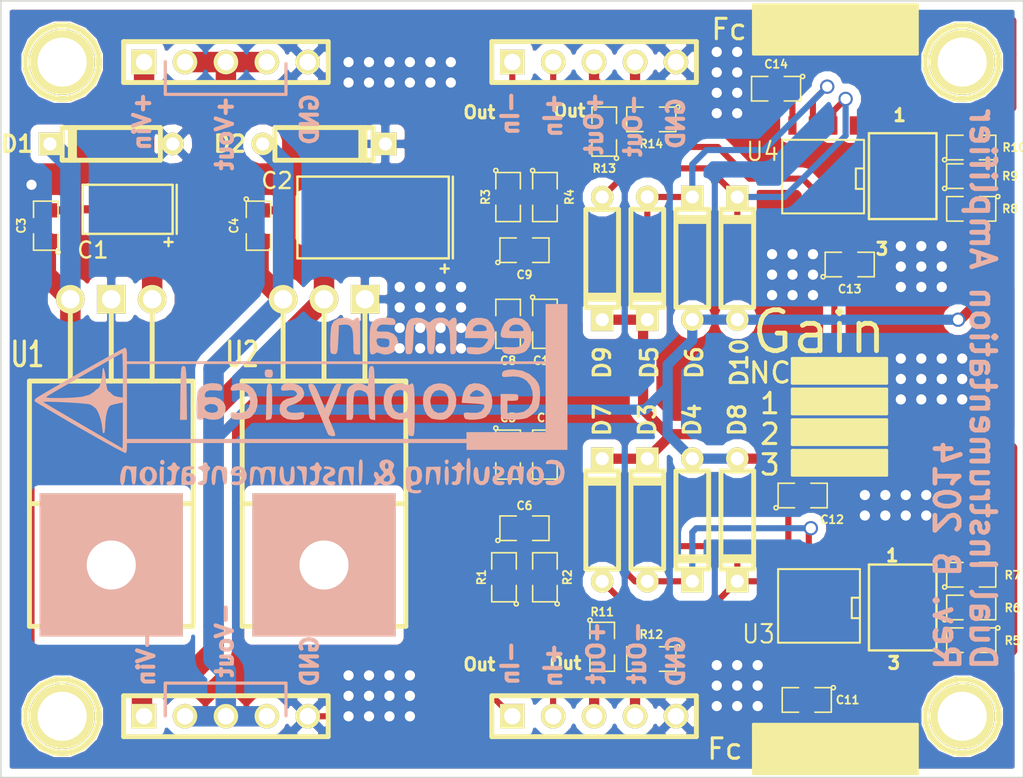
<source format=kicad_pcb>
(kicad_pcb (version 3) (host pcbnew "(2013-07-07 BZR 4022)-stable")
  (layers (15 F.Cu signal hide) (0 B.Cu signal hide) (18 B.Paste user) (19 F.Paste user) (20 B.SilkS user) (21 F.SilkS user) (22 B.Mask user) (23 F.Mask user) (28 Edge.Cuts user))
  (net 0 "")
  (net 1 +Vin)
  (net 2 -Vin)
  (net 3 "/A +IN")
  (net 4 "/A +OUT")
  (net 5 "/A -IN")
  (net 6 "/A -OUT")
  (net 7 "/B +IN")
  (net 8 "/B +OUT")
  (net 9 "/B -IN")
  (net 10 "/B -OUT")
  (net 11 GND)
  (net 12 N-0000010)
  (net 13 N-000002)
  (net 14 N-0000021)
  (net 15 N-0000022)
  (net 16 N-0000023)
  (net 17 N-0000024)
  (net 18 N-0000026)
  (net 19 N-0000028)
  (net 20 N-0000029)
  (net 21 N-000003)
  (net 22 N-0000030)
  (net 23 N-0000031)
  (net 24 N-0000032)
  (net 25 N-0000033)
  (net 26 N-000004)
  (net 27 N-000005)
  (net 28 N-000006)
  (net 29 N-000007)
  (net 30 N-000008)
  (net 31 N-000009)
  (net 32 VDD)
  (net 33 VSS)
  (module SO8N (layer F.Cu) (at 180.0336 164.3666 180)
    (fp_text reference U3 (at 3.7576 -1.7494 180) (layer F.SilkS) (effects (font (size 1.143 1.016) (thickness 0.127))))
    (fp_text value INA128 hide)
    (pad 8 smd rect (at -1.905 -3.175 180) (size 0.508 1.143) (layers F.Cu F.Paste F.Mask) (net 16 N-0000023))
    (pad 7 smd rect (at -0.635 -3.175 180) (size 0.508 1.143) (layers F.Cu F.Paste F.Mask) (net 32 VDD))
    (pad 6 smd rect (at 0.635 -3.175 180) (size 0.508 1.143) (layers F.Cu F.Paste F.Mask) (net 14 N-0000021))
    (pad 5 smd rect (at 1.905 -3.175 180) (size 0.508 1.143) (layers F.Cu F.Paste F.Mask) (net 11 GND))
    (pad 4 smd rect (at 1.905 3.175 180) (size 0.508 1.143) (layers F.Cu F.Paste F.Mask) (net 33 VSS))
    (pad 3 smd rect (at 0.635 3.175 180) (size 0.508 1.143) (layers F.Cu F.Paste F.Mask) (net 15 N-0000022))
    (pad 2 smd rect (at -0.635 3.175 180) (size 0.508 1.143) (layers F.Cu F.Paste F.Mask) (net 17 N-0000024))
    (pad 1 smd rect (at -1.905 3.175 180) (size 0.508 1.143) (layers F.Cu F.Paste F.Mask) (net 22 N-0000030))
  )
  (module SO8N (layer F.Cu) (at 180.2876 137.6966 180)
    (fp_text reference U4 (at 3.7576 1.5526 180) (layer F.SilkS) (effects (font (size 1.143 1.016) (thickness 0.127))))
    (fp_text value INA128 hide)
    (pad 8 smd rect (at -1.905 -3.175 180) (size 0.508 1.143) (layers F.Cu F.Paste F.Mask) (net 12 N-0000010))
    (pad 7 smd rect (at -0.635 -3.175 180) (size 0.508 1.143) (layers F.Cu F.Paste F.Mask) (net 32 VDD))
    (pad 6 smd rect (at 0.635 -3.175 180) (size 0.508 1.143) (layers F.Cu F.Paste F.Mask) (net 29 N-000007))
    (pad 5 smd rect (at 1.905 -3.175 180) (size 0.508 1.143) (layers F.Cu F.Paste F.Mask) (net 11 GND))
    (pad 4 smd rect (at 1.905 3.175 180) (size 0.508 1.143) (layers F.Cu F.Paste F.Mask) (net 33 VSS))
    (pad 3 smd rect (at 0.635 3.175 180) (size 0.508 1.143) (layers F.Cu F.Paste F.Mask) (net 28 N-000006))
    (pad 2 smd rect (at -0.635 3.175 180) (size 0.508 1.143) (layers F.Cu F.Paste F.Mask) (net 27 N-000005))
    (pad 1 smd rect (at -1.905 3.175 180) (size 0.508 1.143) (layers F.Cu F.Paste F.Mask) (net 18 N-0000026))
  )
  (module SM0805 (layer F.Cu) (at 169.6196 134.1406 180)
    (fp_text reference R14 (at 0 -1.524 180) (layer F.SilkS) (effects (font (size 0.50038 0.50038) (thickness 0.10922))))
    (fp_text value 0 hide)
    (pad 1 smd rect (at -0.9525 0 180) (size 0.889 1.397) (layers F.Cu F.Paste F.Mask) (net 11 GND))
    (pad 2 smd rect (at 0.9525 0 180) (size 0.889 1.397) (layers F.Cu F.Paste F.Mask) (net 10 "/B -OUT"))
  )
  (module SM0805 (layer F.Cu) (at 189.484 164.465)
    (fp_text reference R6 (at 2.5654 0.0254) (layer F.SilkS) (effects (font (size 0.50038 0.50038) (thickness 0.10922))))
    (fp_text value 5.62K hide)
    (pad 1 smd rect (at -0.9525 0) (size 0.889 1.397) (layers F.Cu F.Paste F.Mask) (net 19 N-0000028))
    (pad 2 smd rect (at 0.9525 0) (size 0.889 1.397) (layers F.Cu F.Paste F.Mask) (net 22 N-0000030))
  )
  (module SM0805 (layer F.Cu) (at 189.484 162.433)
    (fp_text reference R7 (at 2.5654 0.0254) (layer F.SilkS) (effects (font (size 0.50038 0.50038) (thickness 0.10922))))
    (fp_text value 511 hide)
    (pad 1 smd rect (at -0.9525 0) (size 0.889 1.397) (layers F.Cu F.Paste F.Mask) (net 20 N-0000029))
    (pad 2 smd rect (at 0.9525 0) (size 0.889 1.397) (layers F.Cu F.Paste F.Mask) (net 22 N-0000030))
  )
  (module SM0805 (layer F.Cu) (at 163.0156 138.9666 270)
    (fp_text reference R4 (at 0 -1.524 270) (layer F.SilkS) (effects (font (size 0.50038 0.50038) (thickness 0.10922))))
    (fp_text value 154 hide)
    (pad 1 smd rect (at -0.9525 0 270) (size 0.889 1.397) (layers F.Cu F.Paste F.Mask) (net 13 N-000002))
    (pad 2 smd rect (at 0.9525 0 270) (size 0.889 1.397) (layers F.Cu F.Paste F.Mask) (net 28 N-000006))
  )
  (module SM0805 (layer F.Cu) (at 161.7456 142.2686)
    (fp_text reference C9 (at 0 1.524) (layer F.SilkS) (effects (font (size 0.50038 0.50038) (thickness 0.10922))))
    (fp_text value 1U hide)
    (pad 1 smd rect (at -0.9525 0) (size 0.889 1.397) (layers F.Cu F.Paste F.Mask) (net 27 N-000005))
    (pad 2 smd rect (at 0.9525 0) (size 0.889 1.397) (layers F.Cu F.Paste F.Mask) (net 28 N-000006))
  )
  (module SM0805 (layer F.Cu) (at 181.9386 143.1576)
    (fp_text reference C13 (at 0 1.524) (layer F.SilkS) (effects (font (size 0.50038 0.50038) (thickness 0.10922))))
    (fp_text value 1U hide)
    (pad 1 smd rect (at -0.9525 0) (size 0.889 1.397) (layers F.Cu F.Paste F.Mask) (net 32 VDD))
    (pad 2 smd rect (at 0.9525 0) (size 0.889 1.397) (layers F.Cu F.Paste F.Mask) (net 11 GND))
  )
  (module SM0805 (layer F.Cu) (at 177.3666 132.2356 180)
    (fp_text reference C14 (at 0 1.524 180) (layer F.SilkS) (effects (font (size 0.50038 0.50038) (thickness 0.10922))))
    (fp_text value 1U hide)
    (pad 1 smd rect (at -0.9525 0 180) (size 0.889 1.397) (layers F.Cu F.Paste F.Mask) (net 33 VSS))
    (pad 2 smd rect (at 0.9525 0 180) (size 0.889 1.397) (layers F.Cu F.Paste F.Mask) (net 11 GND))
  )
  (module SM0805 (layer F.Cu) (at 189.484 139.7 180)
    (fp_text reference R8 (at -2.413 0 180) (layer F.SilkS) (effects (font (size 0.50038 0.50038) (thickness 0.10922))))
    (fp_text value 49.9K hide)
    (pad 1 smd rect (at -0.9525 0 180) (size 0.889 1.397) (layers F.Cu F.Paste F.Mask) (net 18 N-0000026))
    (pad 2 smd rect (at 0.9525 0 180) (size 0.889 1.397) (layers F.Cu F.Paste F.Mask) (net 26 N-000004))
  )
  (module SM0805 (layer F.Cu) (at 189.484 135.89)
    (fp_text reference R10 (at 2.667 0) (layer F.SilkS) (effects (font (size 0.50038 0.50038) (thickness 0.10922))))
    (fp_text value 511 hide)
    (pad 1 smd rect (at -0.9525 0) (size 0.889 1.397) (layers F.Cu F.Paste F.Mask) (net 30 N-000008))
    (pad 2 smd rect (at 0.9525 0) (size 0.889 1.397) (layers F.Cu F.Paste F.Mask) (net 18 N-0000026))
  )
  (module SM0805 (layer F.Cu) (at 166.6986 134.9026 90)
    (fp_text reference R13 (at -2.286 0 180) (layer F.SilkS) (effects (font (size 0.50038 0.50038) (thickness 0.10922))))
    (fp_text value 0 hide)
    (pad 1 smd rect (at -0.9525 0 90) (size 0.889 1.397) (layers F.Cu F.Paste F.Mask) (net 29 N-000007))
    (pad 2 smd rect (at 0.9525 0 90) (size 0.889 1.397) (layers F.Cu F.Paste F.Mask) (net 8 "/B +OUT"))
  )
  (module SM0805 (layer F.Cu) (at 163.0156 146.8406 270)
    (fp_text reference C10 (at 2.286 0 360) (layer F.SilkS) (effects (font (size 0.50038 0.50038) (thickness 0.10922))))
    (fp_text value 0.1U hide)
    (pad 1 smd rect (at -0.9525 0 270) (size 0.889 1.397) (layers F.Cu F.Paste F.Mask) (net 28 N-000006))
    (pad 2 smd rect (at 0.9525 0 270) (size 0.889 1.397) (layers F.Cu F.Paste F.Mask) (net 11 GND))
  )
  (module SM0805 (layer F.Cu) (at 160.7296 146.8406 90)
    (fp_text reference C8 (at -2.286 0 180) (layer F.SilkS) (effects (font (size 0.50038 0.50038) (thickness 0.10922))))
    (fp_text value 0.1U hide)
    (pad 1 smd rect (at -0.9525 0 90) (size 0.889 1.397) (layers F.Cu F.Paste F.Mask) (net 11 GND))
    (pad 2 smd rect (at 0.9525 0 90) (size 0.889 1.397) (layers F.Cu F.Paste F.Mask) (net 27 N-000005))
  )
  (module SM0805 (layer F.Cu) (at 160.7296 138.9666 270)
    (fp_text reference R3 (at 0 1.397 270) (layer F.SilkS) (effects (font (size 0.50038 0.50038) (thickness 0.10922))))
    (fp_text value 154 hide)
    (pad 1 smd rect (at -0.9525 0 270) (size 0.889 1.397) (layers F.Cu F.Paste F.Mask) (net 21 N-000003))
    (pad 2 smd rect (at 0.9525 0 270) (size 0.889 1.397) (layers F.Cu F.Paste F.Mask) (net 27 N-000005))
  )
  (module SM0805 (layer F.Cu) (at 189.484 137.668)
    (fp_text reference R9 (at 2.413 0) (layer F.SilkS) (effects (font (size 0.50038 0.50038) (thickness 0.10922))))
    (fp_text value 5.62K hide)
    (pad 1 smd rect (at -0.9525 0) (size 0.889 1.397) (layers F.Cu F.Paste F.Mask) (net 31 N-000009))
    (pad 2 smd rect (at 0.9525 0) (size 0.889 1.397) (layers F.Cu F.Paste F.Mask) (net 18 N-0000026))
  )
  (module SM0805 (layer F.Cu) (at 179.0176 157.5086)
    (fp_text reference C12 (at 1.8304 1.4954) (layer F.SilkS) (effects (font (size 0.50038 0.50038) (thickness 0.10922))))
    (fp_text value 1U hide)
    (pad 1 smd rect (at -0.9525 0) (size 0.889 1.397) (layers F.Cu F.Paste F.Mask) (net 33 VSS))
    (pad 2 smd rect (at 0.9525 0) (size 0.889 1.397) (layers F.Cu F.Paste F.Mask) (net 11 GND))
  )
  (module SM0805 (layer F.Cu) (at 189.484 166.497 180)
    (fp_text reference R5 (at -2.5654 -0.0254 180) (layer F.SilkS) (effects (font (size 0.50038 0.50038) (thickness 0.10922))))
    (fp_text value 49.9K hide)
    (pad 1 smd rect (at -0.9525 0 180) (size 0.889 1.397) (layers F.Cu F.Paste F.Mask) (net 22 N-0000030))
    (pad 2 smd rect (at 0.9525 0 180) (size 0.889 1.397) (layers F.Cu F.Paste F.Mask) (net 23 N-0000031))
  )
  (module SM0805 (layer F.Cu) (at 179.2716 170.2086 180)
    (fp_text reference C11 (at -2.54 0 180) (layer F.SilkS) (effects (font (size 0.50038 0.50038) (thickness 0.10922))))
    (fp_text value 1U hide)
    (pad 1 smd rect (at -0.9525 0 180) (size 0.889 1.397) (layers F.Cu F.Paste F.Mask) (net 32 VDD))
    (pad 2 smd rect (at 0.9525 0 180) (size 0.889 1.397) (layers F.Cu F.Paste F.Mask) (net 11 GND))
  )
  (module SM0805 (layer F.Cu) (at 161.7456 159.5406)
    (fp_text reference C6 (at 0 -1.397) (layer F.SilkS) (effects (font (size 0.50038 0.50038) (thickness 0.10922))))
    (fp_text value 1U hide)
    (pad 1 smd rect (at -0.9525 0) (size 0.889 1.397) (layers F.Cu F.Paste F.Mask) (net 17 N-0000024))
    (pad 2 smd rect (at 0.9525 0) (size 0.889 1.397) (layers F.Cu F.Paste F.Mask) (net 15 N-0000022))
  )
  (module SM0805 (layer F.Cu) (at 132.0276 140.7446 90)
    (fp_text reference C3 (at 0 -1.524 90) (layer F.SilkS) (effects (font (size 0.50038 0.50038) (thickness 0.10922))))
    (fp_text value 1U hide)
    (pad 1 smd rect (at -0.9525 0 90) (size 0.889 1.397) (layers F.Cu F.Paste F.Mask) (net 32 VDD))
    (pad 2 smd rect (at 0.9525 0 90) (size 0.889 1.397) (layers F.Cu F.Paste F.Mask) (net 11 GND))
  )
  (module SM0805 (layer F.Cu) (at 145.2356 140.7446 270)
    (fp_text reference C4 (at 0 1.524 270) (layer F.SilkS) (effects (font (size 0.50038 0.50038) (thickness 0.10922))))
    (fp_text value 1U hide)
    (pad 1 smd rect (at -0.9525 0 270) (size 0.889 1.397) (layers F.Cu F.Paste F.Mask) (net 11 GND))
    (pad 2 smd rect (at 0.9525 0 270) (size 0.889 1.397) (layers F.Cu F.Paste F.Mask) (net 33 VSS))
  )
  (module SM0805 (layer F.Cu) (at 163.0156 162.5886 90)
    (fp_text reference R2 (at 0 1.397 90) (layer F.SilkS) (effects (font (size 0.50038 0.50038) (thickness 0.10922))))
    (fp_text value 154 hide)
    (pad 1 smd rect (at -0.9525 0 90) (size 0.889 1.397) (layers F.Cu F.Paste F.Mask) (net 25 N-0000033))
    (pad 2 smd rect (at 0.9525 0 90) (size 0.889 1.397) (layers F.Cu F.Paste F.Mask) (net 15 N-0000022))
  )
  (module SM0805 (layer F.Cu) (at 169.6196 167.6686 180)
    (fp_text reference R12 (at 0 1.524 180) (layer F.SilkS) (effects (font (size 0.50038 0.50038) (thickness 0.10922))))
    (fp_text value 0 hide)
    (pad 1 smd rect (at -0.9525 0 180) (size 0.889 1.397) (layers F.Cu F.Paste F.Mask) (net 11 GND))
    (pad 2 smd rect (at 0.9525 0 180) (size 0.889 1.397) (layers F.Cu F.Paste F.Mask) (net 6 "/A -OUT"))
  )
  (module SM0805 (layer F.Cu) (at 166.5716 166.9066 270)
    (fp_text reference R11 (at -2.159 0 360) (layer F.SilkS) (effects (font (size 0.50038 0.50038) (thickness 0.10922))))
    (fp_text value 0 hide)
    (pad 1 smd rect (at -0.9525 0 270) (size 0.889 1.397) (layers F.Cu F.Paste F.Mask) (net 14 N-0000021))
    (pad 2 smd rect (at 0.9525 0 270) (size 0.889 1.397) (layers F.Cu F.Paste F.Mask) (net 4 "/A +OUT"))
  )
  (module SM0805 (layer F.Cu) (at 163.0156 154.9686 90)
    (fp_text reference C7 (at 2.286 0 180) (layer F.SilkS) (effects (font (size 0.50038 0.50038) (thickness 0.10922))))
    (fp_text value 0.1U hide)
    (pad 1 smd rect (at -0.9525 0 90) (size 0.889 1.397) (layers F.Cu F.Paste F.Mask) (net 15 N-0000022))
    (pad 2 smd rect (at 0.9525 0 90) (size 0.889 1.397) (layers F.Cu F.Paste F.Mask) (net 11 GND))
  )
  (module SM0805 (layer F.Cu) (at 160.7296 154.9686 270)
    (fp_text reference C5 (at -2.286 0 360) (layer F.SilkS) (effects (font (size 0.50038 0.50038) (thickness 0.10922))))
    (fp_text value 0.1U hide)
    (pad 1 smd rect (at -0.9525 0 270) (size 0.889 1.397) (layers F.Cu F.Paste F.Mask) (net 11 GND))
    (pad 2 smd rect (at 0.9525 0 270) (size 0.889 1.397) (layers F.Cu F.Paste F.Mask) (net 17 N-0000024))
  )
  (module SM0805 (layer F.Cu) (at 160.4756 162.5886 90)
    (fp_text reference R1 (at 0 -1.397 90) (layer F.SilkS) (effects (font (size 0.50038 0.50038) (thickness 0.10922))))
    (fp_text value 154 hide)
    (pad 1 smd rect (at -0.9525 0 90) (size 0.889 1.397) (layers F.Cu F.Paste F.Mask) (net 24 N-0000032))
    (pad 2 smd rect (at 0.9525 0 90) (size 0.889 1.397) (layers F.Cu F.Paste F.Mask) (net 17 N-0000024))
  )
  (module D3 (layer F.Cu) (at 166.5716 159.0326 90)
    (fp_text reference D7 (at 6.223 0 90) (layer F.SilkS) (effects (font (size 1.016 1.016) (thickness 0.2032))))
    (fp_text value 1N4001 hide)
    (pad 2 thru_hole rect (at 3.81 0 90) (size 1.397 1.397) (drill 0.8128) (layers *.Cu *.Mask F.SilkS) (net 32 VDD))
    (pad 1 thru_hole circle (at -3.81 0 90) (size 1.397 1.397) (drill 0.8128) (layers *.Cu *.Mask F.SilkS) (net 17 N-0000024))
  )
  (module D3 (layer F.Cu) (at 149.2996 135.6646)
    (fp_text reference D2 (at -5.842 0) (layer F.SilkS) (effects (font (size 1.016 1.016) (thickness 0.2032))))
    (fp_text value 1N4001 hide)
    (pad 2 thru_hole rect (at 3.81 0) (size 1.397 1.397) (drill 0.8128) (layers *.Cu *.Mask F.SilkS) (net 11 GND))
    (pad 1 thru_hole circle (at -3.81 0) (size 1.397 1.397) (drill 0.8128) (layers *.Cu *.Mask F.SilkS) (net 33 VSS))
  )
  (module D3 (layer F.Cu) (at 166.5716 142.7766 270)
    (fp_text reference D9 (at 6.477 0 270) (layer F.SilkS) (effects (font (size 1.016 1.016) (thickness 0.2032))))
    (fp_text value 1N4001 hide)
    (pad 2 thru_hole rect (at 3.81 0 270) (size 1.397 1.397) (drill 0.8128) (layers *.Cu *.Mask F.SilkS) (net 32 VDD))
    (pad 1 thru_hole circle (at -3.81 0 270) (size 1.397 1.397) (drill 0.8128) (layers *.Cu *.Mask F.SilkS) (net 27 N-000005))
  )
  (module D3 (layer F.Cu) (at 174.96 142.772 90)
    (fp_text reference D10 (at -6.477 0.127 90) (layer F.SilkS) (effects (font (size 1.016 1.016) (thickness 0.2032))))
    (fp_text value 1N4001 hide)
    (pad 2 thru_hole rect (at 3.81 0 90) (size 1.397 1.397) (drill 0.8128) (layers *.Cu *.Mask F.SilkS) (net 27 N-000005))
    (pad 1 thru_hole circle (at -3.81 0 90) (size 1.397 1.397) (drill 0.8128) (layers *.Cu *.Mask F.SilkS) (net 33 VSS))
  )
  (module D3 (layer F.Cu) (at 169.372 142.772 270)
    (fp_text reference D5 (at 6.477 -0.127 270) (layer F.SilkS) (effects (font (size 1.016 1.016) (thickness 0.2032))))
    (fp_text value 1N4001 hide)
    (pad 2 thru_hole rect (at 3.81 0 270) (size 1.397 1.397) (drill 0.8128) (layers *.Cu *.Mask F.SilkS) (net 32 VDD))
    (pad 1 thru_hole circle (at -3.81 0 270) (size 1.397 1.397) (drill 0.8128) (layers *.Cu *.Mask F.SilkS) (net 28 N-000006))
  )
  (module D3 (layer F.Cu) (at 172.166 142.772 90)
    (fp_text reference D6 (at -6.477 0.127 90) (layer F.SilkS) (effects (font (size 1.016 1.016) (thickness 0.2032))))
    (fp_text value 1N4001 hide)
    (pad 2 thru_hole rect (at 3.81 0 90) (size 1.397 1.397) (drill 0.8128) (layers *.Cu *.Mask F.SilkS) (net 28 N-000006))
    (pad 1 thru_hole circle (at -3.81 0 90) (size 1.397 1.397) (drill 0.8128) (layers *.Cu *.Mask F.SilkS) (net 33 VSS))
  )
  (module D3 (layer F.Cu) (at 136.0916 135.6646 180)
    (fp_text reference D1 (at 5.842 0 180) (layer F.SilkS) (effects (font (size 1.016 1.016) (thickness 0.2032))))
    (fp_text value 1N4001 hide)
    (pad 2 thru_hole rect (at 3.81 0 180) (size 1.397 1.397) (drill 0.8128) (layers *.Cu *.Mask F.SilkS) (net 32 VDD))
    (pad 1 thru_hole circle (at -3.81 0 180) (size 1.397 1.397) (drill 0.8128) (layers *.Cu *.Mask F.SilkS) (net 11 GND))
  )
  (module D3 (layer F.Cu) (at 174.96 159.028 270)
    (fp_text reference D8 (at -6.223 0 270) (layer F.SilkS) (effects (font (size 1.016 1.016) (thickness 0.2032))))
    (fp_text value 1N4001 hide)
    (pad 2 thru_hole rect (at 3.81 0 270) (size 1.397 1.397) (drill 0.8128) (layers *.Cu *.Mask F.SilkS) (net 17 N-0000024))
    (pad 1 thru_hole circle (at -3.81 0 270) (size 1.397 1.397) (drill 0.8128) (layers *.Cu *.Mask F.SilkS) (net 33 VSS))
  )
  (module D3 (layer F.Cu) (at 172.166 159.028 270)
    (fp_text reference D4 (at -6.223 0 270) (layer F.SilkS) (effects (font (size 1.016 1.016) (thickness 0.2032))))
    (fp_text value 1N4001 hide)
    (pad 2 thru_hole rect (at 3.81 0 270) (size 1.397 1.397) (drill 0.8128) (layers *.Cu *.Mask F.SilkS) (net 15 N-0000022))
    (pad 1 thru_hole circle (at -3.81 0 270) (size 1.397 1.397) (drill 0.8128) (layers *.Cu *.Mask F.SilkS) (net 33 VSS))
  )
  (module D3 (layer F.Cu) (at 169.372 159.028 90)
    (fp_text reference D3 (at 6.223 0 90) (layer F.SilkS) (effects (font (size 1.016 1.016) (thickness 0.2032))))
    (fp_text value 1N4001 hide)
    (pad 2 thru_hole rect (at 3.81 0 90) (size 1.397 1.397) (drill 0.8128) (layers *.Cu *.Mask F.SilkS) (net 32 VDD))
    (pad 1 thru_hole circle (at -3.81 0 90) (size 1.397 1.397) (drill 0.8128) (layers *.Cu *.Mask F.SilkS) (net 15 N-0000022))
  )
  (module C2917Pol (layer F.Cu) (at 152.3476 140.2366)
    (fp_text reference C2 (at -5.969 -2.286) (layer F.SilkS))
    (fp_text value 2.2U hide)
    (pad 1 smd rect (at 3.12 0) (size 2.37 2.43) (layers F.Cu F.Paste F.Mask) (net 11 GND))
    (pad 2 smd rect (at -3.12 0) (size 2.37 2.43) (layers F.Cu F.Paste F.Mask) (net 2 -Vin))
  )
  (module C1411Pol (layer F.Cu) (at 137.1076 139.7286)
    (fp_text reference C1 (at -2.159 2.54) (layer F.SilkS))
    (fp_text value 0.33U hide)
    (pad 1 smd rect (at 1.46 0) (size 1.8 2.23) (layers F.Cu F.Paste F.Mask) (net 1 +Vin))
    (pad 2 smd rect (at -1.46 0) (size 1.8 2.23) (layers F.Cu F.Paste F.Mask) (net 11 GND))
  )
  (module LM79XX_Numbered (layer F.Cu) (at 149.2996 145.3166 270)
    (fp_text reference U2 (at 3.429 5.08 360) (layer F.SilkS) (effects (font (size 1.524 1.016) (thickness 0.2032))))
    (fp_text value LM7915CT hide)
    (pad 3 thru_hole circle (at 0 2.54 270) (size 1.778 1.778) (drill 1.143) (layers *.Cu *.Mask F.SilkS) (net 33 VSS))
    (pad 1 thru_hole rect (at 0 -2.54 270) (size 1.778 1.778) (drill 1.143) (layers *.Cu *.Mask F.SilkS) (net 11 GND))
    (pad 2 thru_hole circle (at 0 0 270) (size 1.778 1.778) (drill 1.143) (layers *.Cu *.Mask F.SilkS) (net 2 -Vin))
    (pad 4 thru_hole rect (at 16.51 0 270) (size 8.89 8.89) (drill 3.048) (layers *.Cu *.SilkS *.Mask))
  )
  (module LM78XX_Numbered (layer F.Cu) (at 136.0916 145.3166 270)
    (fp_text reference U1 (at 3.429 5.207 360) (layer F.SilkS) (effects (font (size 1.524 1.016) (thickness 0.2032))))
    (fp_text value LM7815CT hide)
    (pad 4 thru_hole rect (at 16.51 0 270) (size 8.89 8.89) (drill 3.048) (layers *.Cu *.SilkS *.Mask))
    (pad 1 thru_hole circle (at 0 -2.54 270) (size 1.778 1.778) (drill 1.143) (layers *.Cu *.Mask F.SilkS) (net 1 +Vin))
    (pad 2 thru_hole rect (at 0 0 270) (size 1.778 1.778) (drill 1.143) (layers *.Cu *.Mask F.SilkS) (net 11 GND))
    (pad 3 thru_hole circle (at 0 2.54 270) (size 1.778 1.778) (drill 1.143) (layers *.Cu *.Mask F.SilkS) (net 32 VDD))
  )
  (module 1pin (layer F.Cu) (at 188.9236 171.2246)
    (fp_text reference 1PIN hide)
    (fp_text value P*** hide)
    (pad 1 thru_hole circle (at 0 0) (size 4.064 4.064) (drill 3.048) (layers *.Cu *.Mask F.SilkS))
  )
  (module 1pin (layer F.Cu) (at 133.0436 171.2246)
    (fp_text reference 1PIN hide)
    (fp_text value P*** hide)
    (pad 1 thru_hole circle (at 0 0) (size 4.064 4.064) (drill 3.048) (layers *.Cu *.Mask F.SilkS))
  )
  (module 1pin (layer F.Cu) (at 133.0436 130.5846)
    (fp_text reference 1PIN hide)
    (fp_text value P*** hide)
    (pad 1 thru_hole circle (at 0 0) (size 4.064 4.064) (drill 3.048) (layers *.Cu *.Mask F.SilkS))
  )
  (module 1pin (layer F.Cu) (at 188.9236 130.5846)
    (fp_text reference 1PIN hide)
    (fp_text value P*** hide)
    (pad 1 thru_hole circle (at 0 0) (size 4.064 4.064) (drill 3.048) (layers *.Cu *.Mask F.SilkS))
  )
  (module LOGO (layer B.Cu) (at 147.6486 151.5396)
    (fp_text reference G*** hide)
    (fp_text value LOGO hide)
  )
  (module PIN_ARRAY_5x1 (layer F.Cu) (at 143.21 130.58)
    (fp_text reference P1 hide)
    (fp_text value CONN_5 hide)
    (pad 1 thru_hole rect (at -5.08 0) (size 1.524 1.524) (drill 1.016) (layers *.Cu *.Mask F.SilkS) (net 1 +Vin))
    (pad 2 thru_hole circle (at -2.54 0) (size 1.524 1.524) (drill 1.016) (layers *.Cu *.Mask F.SilkS) (net 32 VDD))
    (pad 3 thru_hole circle (at 0 0) (size 1.524 1.524) (drill 1.016) (layers *.Cu *.Mask F.SilkS) (net 32 VDD))
    (pad 4 thru_hole circle (at 2.54 0) (size 1.524 1.524) (drill 1.016) (layers *.Cu *.Mask F.SilkS) (net 32 VDD))
    (pad 5 thru_hole circle (at 5.08 0) (size 1.524 1.524) (drill 1.016) (layers *.Cu *.Mask F.SilkS) (net 11 GND))
  )
  (module PIN_ARRAY_5x1 (layer F.Cu) (at 143.21 171.22)
    (fp_text reference P2 hide)
    (fp_text value CONN_5 hide)
    (pad 1 thru_hole rect (at -5.08 0) (size 1.524 1.524) (drill 1.016) (layers *.Cu *.Mask F.SilkS) (net 2 -Vin))
    (pad 2 thru_hole circle (at -2.54 0) (size 1.524 1.524) (drill 1.016) (layers *.Cu *.Mask F.SilkS) (net 33 VSS))
    (pad 3 thru_hole circle (at 0 0) (size 1.524 1.524) (drill 1.016) (layers *.Cu *.Mask F.SilkS) (net 33 VSS))
    (pad 4 thru_hole circle (at 2.54 0) (size 1.524 1.524) (drill 1.016) (layers *.Cu *.Mask F.SilkS) (net 33 VSS))
    (pad 5 thru_hole circle (at 5.08 0) (size 1.524 1.524) (drill 1.016) (layers *.Cu *.Mask F.SilkS) (net 11 GND))
  )
  (module PIN_ARRAY_5x1 (layer F.Cu) (at 166.07 171.22)
    (fp_text reference P3 hide)
    (fp_text value CONN_5 hide)
    (pad 1 thru_hole rect (at -5.08 0) (size 1.524 1.524) (drill 1.016) (layers *.Cu *.Mask F.SilkS) (net 5 "/A -IN"))
    (pad 2 thru_hole circle (at -2.54 0) (size 1.524 1.524) (drill 1.016) (layers *.Cu *.Mask F.SilkS) (net 3 "/A +IN"))
    (pad 3 thru_hole circle (at 0 0) (size 1.524 1.524) (drill 1.016) (layers *.Cu *.Mask F.SilkS) (net 4 "/A +OUT"))
    (pad 4 thru_hole circle (at 2.54 0) (size 1.524 1.524) (drill 1.016) (layers *.Cu *.Mask F.SilkS) (net 6 "/A -OUT"))
    (pad 5 thru_hole circle (at 5.08 0) (size 1.524 1.524) (drill 1.016) (layers *.Cu *.Mask F.SilkS) (net 11 GND))
  )
  (module PIN_ARRAY_5x1 (layer F.Cu) (at 166.07 130.58)
    (fp_text reference P4 hide)
    (fp_text value CONN_5 hide)
    (pad 1 thru_hole rect (at -5.08 0) (size 1.524 1.524) (drill 1.016) (layers *.Cu *.Mask F.SilkS) (net 9 "/B -IN"))
    (pad 2 thru_hole circle (at -2.54 0) (size 1.524 1.524) (drill 1.016) (layers *.Cu *.Mask F.SilkS) (net 7 "/B +IN"))
    (pad 3 thru_hole circle (at 0 0) (size 1.524 1.524) (drill 1.016) (layers *.Cu *.Mask F.SilkS) (net 8 "/B +OUT"))
    (pad 4 thru_hole circle (at 2.54 0) (size 1.524 1.524) (drill 1.016) (layers *.Cu *.Mask F.SilkS) (net 10 "/B -OUT"))
    (pad 5 thru_hole circle (at 5.08 0) (size 1.524 1.524) (drill 1.016) (layers *.Cu *.Mask F.SilkS) (net 11 GND))
  )
  (module SPDT (layer F.Cu) (at 163.7792 166.1668 90)
    (fp_text reference J2 hide)
    (fp_text value SPDT_SOLDER hide)
    (pad 1 smd rect (at 0 0 90) (size 1.27 0.635) (layers F.Cu F.Paste F.Mask) (net 3 "/A +IN"))
    (pad 2 smd rect (at 0 -0.889 90) (size 1.27 0.635) (layers F.Cu F.Paste F.Mask) (net 25 N-0000033))
    (pad 3 smd rect (at 0 0.889 90) (size 1.27 0.635) (layers F.Cu F.Paste F.Mask) (net 15 N-0000022))
  )
  (module SPDT (layer F.Cu) (at 159.7152 166.1668 90)
    (fp_text reference J1 hide)
    (fp_text value SPDT_SOLDER hide)
    (pad 1 smd rect (at 0 0 90) (size 1.27 0.635) (layers F.Cu F.Paste F.Mask) (net 5 "/A -IN"))
    (pad 2 smd rect (at 0 -0.889 90) (size 1.27 0.635) (layers F.Cu F.Paste F.Mask) (net 17 N-0000024))
    (pad 3 smd rect (at 0 0.889 90) (size 1.27 0.635) (layers F.Cu F.Paste F.Mask) (net 24 N-0000032))
  )
  (module SPDT (layer F.Cu) (at 164.0332 135.4074 90)
    (fp_text reference J4 hide)
    (fp_text value SPDT_SOLDER hide)
    (pad 1 smd rect (at 0 0 90) (size 1.27 0.635) (layers F.Cu F.Paste F.Mask) (net 7 "/B +IN"))
    (pad 2 smd rect (at 0 -0.889 90) (size 1.27 0.635) (layers F.Cu F.Paste F.Mask) (net 13 N-000002))
    (pad 3 smd rect (at 0 0.889 90) (size 1.27 0.635) (layers F.Cu F.Paste F.Mask) (net 28 N-000006))
  )
  (module SPDT (layer F.Cu) (at 159.7152 135.4074 90)
    (fp_text reference J3 hide)
    (fp_text value SPDT_SOLDER hide)
    (pad 1 smd rect (at 0 0 90) (size 1.27 0.635) (layers F.Cu F.Paste F.Mask) (net 9 "/B -IN"))
    (pad 2 smd rect (at 0 -0.889 90) (size 1.27 0.635) (layers F.Cu F.Paste F.Mask) (net 27 N-000005))
    (pad 3 smd rect (at 0 0.889 90) (size 1.27 0.635) (layers F.Cu F.Paste F.Mask) (net 21 N-000003))
  )
  (module Solder_SPTT (layer F.Cu) (at 184.658 164.465)
    (fp_text reference J5 hide)
    (fp_text value SP3T_SOLDER hide)
    (pad 1 smd rect (at 0 0) (size 2 2) (layers F.Cu F.Paste F.Mask) (net 16 N-0000023))
    (pad 2 smd rect (at 0 -1.7272) (size 2 1) (layers F.Cu F.Paste F.Mask) (net 20 N-0000029))
    (pad 3 smd rect (at 1.7272 0) (size 1 2) (layers F.Cu F.Paste F.Mask) (net 19 N-0000028))
    (pad 4 smd rect (at 0 1.7272) (size 2 1) (layers F.Cu F.Paste F.Mask) (net 23 N-0000031))
  )
  (module Solder_SPTT (layer F.Cu) (at 184.658 137.668)
    (fp_text reference J6 hide)
    (fp_text value SP3T_SOLDER hide)
    (pad 1 smd rect (at 0 0) (size 2 2) (layers F.Cu F.Paste F.Mask) (net 12 N-0000010))
    (pad 2 smd rect (at 0 -1.7272) (size 2 1) (layers F.Cu F.Paste F.Mask) (net 30 N-000008))
    (pad 3 smd rect (at 1.7272 0) (size 1 2) (layers F.Cu F.Paste F.Mask) (net 31 N-000009))
    (pad 4 smd rect (at 0 1.7272) (size 2 1) (layers F.Cu F.Paste F.Mask) (net 26 N-000004))
  )
  (gr_line (start 139.446 130.556) (end 139.446 132.588) (angle 90) (layer B.SilkS) (width 0.2))
  (gr_line (start 146.939 132.588) (end 146.939 130.683) (angle 90) (layer B.SilkS) (width 0.2))
  (gr_line (start 139.446 132.588) (end 146.939 132.588) (angle 90) (layer B.SilkS) (width 0.2))
  (gr_line (start 139.446 171.196) (end 139.446 169.164) (angle 90) (layer B.SilkS) (width 0.2))
  (gr_line (start 146.939 171.196) (end 146.939 169.164) (angle 90) (layer B.SilkS) (width 0.2))
  (gr_line (start 139.446 169.164) (end 146.939 169.164) (angle 90) (layer B.SilkS) (width 0.2))
  (gr_line (start 139.446 171.196) (end 139.446 169.164) (angle 90) (layer B.SilkS) (width 0.2))
  (gr_text "Rev. B 2014" (at 187.9092 161.2392 270) (layer B.SilkS) (effects (font (size 1.5 1.5) (thickness 0.3)) (justify mirror)))
  (gr_line (start 175.9696 127.0286) (end 186.1296 127.0286) (angle 90) (layer F.SilkS) (width 0.2))
  (gr_line (start 175.9696 130.0766) (end 175.9696 127.0286) (angle 90) (layer F.SilkS) (width 0.2))
  (gr_line (start 186.1296 130.0766) (end 175.9696 130.0766) (angle 90) (layer F.SilkS) (width 0.2))
  (gr_line (start 186.1296 127.0286) (end 186.1296 130.0766) (angle 90) (layer F.SilkS) (width 0.2))
  (gr_text Fc (at 174.4456 128.5526) (layer F.SilkS) (effects (font (size 1.27 1.27) (thickness 0.1905))))
  (gr_line (start 175.9696 171.7326) (end 175.9696 171.9866) (angle 90) (layer F.SilkS) (width 0.2))
  (gr_line (start 186.1296 171.7326) (end 175.9696 171.7326) (angle 90) (layer F.SilkS) (width 0.2))
  (gr_line (start 186.1296 174.7806) (end 186.1296 171.7326) (angle 90) (layer F.SilkS) (width 0.2))
  (gr_line (start 175.9696 174.7806) (end 186.1296 174.7806) (angle 90) (layer F.SilkS) (width 0.2))
  (gr_line (start 175.9696 171.7326) (end 175.9696 174.7806) (angle 90) (layer F.SilkS) (width 0.2))
  (gr_text Fc (at 174.1916 173.2566) (layer F.SilkS) (effects (font (size 1.27 1.27) (thickness 0.1905))))
  (gr_text "Dual Instrumentation Amplifier" (at 190.1936 150.9046 270) (layer B.SilkS) (effects (font (size 1.5 1.5) (thickness 0.3)) (justify mirror)))
  (gr_text Out (at 164.5436 133.6046) (layer F.SilkS) (effects (font (size 0.762 0.762) (thickness 0.1905))))
  (gr_text Out (at 158.9436 133.7046) (layer F.SilkS) (effects (font (size 0.762 0.762) (thickness 0.1905))))
  (gr_text Out (at 158.9436 168.0046) (layer F.SilkS) (effects (font (size 0.762 0.762) (thickness 0.1905))))
  (gr_text Out (at 164.2856 167.9226) (layer F.SilkS) (effects (font (size 0.762 0.762) (thickness 0.1905))))
  (gr_line (start 192.7336 126.7746) (end 192.7336 128.0446) (angle 90) (layer Edge.Cuts) (width 0.1))
  (gr_line (start 129.2336 126.7746) (end 192.7336 126.7746) (angle 90) (layer Edge.Cuts) (width 0.1))
  (gr_line (start 129.2336 128.0446) (end 129.2336 126.7746) (angle 90) (layer Edge.Cuts) (width 0.1))
  (gr_line (start 184.2246 154.7146) (end 184.2246 156.2386) (angle 90) (layer F.SilkS) (width 0.2))
  (gr_line (start 178.3826 154.7146) (end 184.2246 154.7146) (angle 90) (layer F.SilkS) (width 0.2))
  (gr_line (start 178.3826 156.2386) (end 184.2246 156.2386) (angle 90) (layer F.SilkS) (width 0.2))
  (gr_line (start 178.3826 154.7146) (end 178.3826 156.2386) (angle 90) (layer F.SilkS) (width 0.2))
  (gr_line (start 184.2246 152.8096) (end 178.3826 152.8096) (angle 90) (layer F.SilkS) (width 0.2))
  (gr_line (start 184.2246 154.3336) (end 184.2246 152.8096) (angle 90) (layer F.SilkS) (width 0.2))
  (gr_line (start 178.3826 154.3336) (end 184.2246 154.3336) (angle 90) (layer F.SilkS) (width 0.2))
  (gr_line (start 178.3826 152.8096) (end 178.3826 154.3336) (angle 90) (layer F.SilkS) (width 0.2))
  (gr_line (start 184.2246 150.5236) (end 178.3826 150.5236) (angle 90) (layer F.SilkS) (width 0.2))
  (gr_line (start 184.2246 148.9996) (end 184.2246 150.5236) (angle 90) (layer F.SilkS) (width 0.2))
  (gr_line (start 178.3826 148.9996) (end 184.2246 148.9996) (angle 90) (layer F.SilkS) (width 0.2))
  (gr_line (start 178.3826 150.5236) (end 178.3826 148.9996) (angle 90) (layer F.SilkS) (width 0.2))
  (gr_line (start 184.2246 150.9046) (end 178.3826 150.9046) (angle 90) (layer F.SilkS) (width 0.2))
  (gr_line (start 184.2246 152.4286) (end 184.2246 150.9046) (angle 90) (layer F.SilkS) (width 0.2))
  (gr_line (start 178.3826 152.4286) (end 184.2246 152.4286) (angle 90) (layer F.SilkS) (width 0.2))
  (gr_line (start 178.3826 150.9046) (end 178.3826 152.4286) (angle 90) (layer F.SilkS) (width 0.2))
  (gr_text 3 (at 176.9856 155.6036) (layer F.SilkS) (effects (font (size 1.27 1.27) (thickness 0.1905))))
  (gr_text 2 (at 176.9856 153.6986) (layer F.SilkS) (effects (font (size 1.27 1.27) (thickness 0.1905))))
  (gr_text 1 (at 176.9856 151.7936) (layer F.SilkS) (effects (font (size 1.27 1.27) (thickness 0.1905))))
  (gr_text 3 (at 183.9468 142.1892) (layer F.SilkS) (effects (font (size 0.762 0.762) (thickness 0.1905))))
  (gr_text 1 (at 185.039 133.8834) (layer F.SilkS) (effects (font (size 0.762 0.762) (thickness 0.1905))))
  (gr_text 3 (at 184.6834 167.9194) (layer F.SilkS) (effects (font (size 0.762 0.762) (thickness 0.1905))))
  (gr_text 1 (at 184.5818 161.2392) (layer F.SilkS) (effects (font (size 0.762 0.762) (thickness 0.1905))))
  (gr_text Gain (at 180.0336 147.3486) (layer F.SilkS) (effects (font (size 2.54 2.54) (thickness 0.3))))
  (gr_text NC (at 176.9856 149.8886) (layer F.SilkS) (effects (font (size 1.27 1.27) (thickness 0.1905))))
  (gr_text -Vin (at 138.2506 167.5416 90) (layer B.SilkS) (effects (font (size 1.016 1.016) (thickness 0.254)) (justify mirror)))
  (gr_text -Vout (at 143.129 166.497 90) (layer B.SilkS) (effects (font (size 1.016 1.016) (thickness 0.254)) (justify mirror)))
  (gr_text GND (at 148.4106 167.7956 90) (layer B.SilkS) (effects (font (size 1.016 1.016) (thickness 0.254)) (justify mirror)))
  (gr_text GND (at 148.4106 134.1406 90) (layer B.SilkS) (effects (font (size 1.016 1.016) (thickness 0.254)) (justify mirror)))
  (gr_text +Vout (at 143.129 135.001 90) (layer B.SilkS) (effects (font (size 1.016 1.016) (thickness 0.254)) (justify mirror)))
  (gr_text +Vin (at 137.9966 134.2676 90) (layer B.SilkS) (effects (font (size 1.016 1.016) (thickness 0.254)) (justify mirror)))
  (gr_text GND (at 171.1436 134.3946 90) (layer B.SilkS) (effects (font (size 1.016 1.016) (thickness 0.254)) (justify mirror)))
  (gr_text -Out (at 168.4766 134.5216 90) (layer B.SilkS) (effects (font (size 1.016 1.016) (thickness 0.254)) (justify mirror)))
  (gr_text +Out (at 166.0636 134.3946 90) (layer B.SilkS) (effects (font (size 1.016 1.016) (thickness 0.254)) (justify mirror)))
  (gr_text +In (at 163.5236 133.8866 90) (layer B.SilkS) (effects (font (size 1.016 1.016) (thickness 0.254)) (justify mirror)))
  (gr_text -In (at 160.8566 133.7596 90) (layer B.SilkS) (effects (font (size 1.016 1.016) (thickness 0.254)) (justify mirror)))
  (gr_text GND (at 171.1436 167.7956 90) (layer B.SilkS) (effects (font (size 1.016 1.016) (thickness 0.254)) (justify mirror)))
  (gr_text -Out (at 168.7306 167.2876 90) (layer B.SilkS) (effects (font (size 1.016 1.016) (thickness 0.254)) (justify mirror)))
  (gr_text +Out (at 166.1906 167.2876 90) (layer B.SilkS) (effects (font (size 1.016 1.016) (thickness 0.254)) (justify mirror)))
  (gr_text -In (at 160.8566 167.9226 90) (layer B.SilkS) (effects (font (size 1.016 1.016) (thickness 0.254)) (justify mirror)))
  (gr_text +In (at 163.5236 168.0496 90) (layer B.SilkS) (effects (font (size 1.016 1.016) (thickness 0.254)) (justify mirror)))
  (gr_line (start 192.7336 128.0446) (end 192.7336 175.0346) (angle 90) (layer Edge.Cuts) (width 0.1))
  (gr_line (start 129.2336 175.0346) (end 129.2336 128.0446) (angle 90) (layer Edge.Cuts) (width 0.1))
  (gr_line (start 192.7336 175.0346) (end 129.2336 175.0346) (angle 90) (layer Edge.Cuts) (width 0.1))
  (segment (start 172.1596 137.1886) (end 172.4136 137.1886) (width 0.381) (layer F.Cu) (net 0))
  (segment (start 138.5676 139.7286) (end 138.5676 136.8596) (width 1.27) (layer F.Cu) (net 1))
  (segment (start 138.13 136.422) (end 138.13 130.58) (width 1.27) (layer F.Cu) (net 1))
  (segment (start 138.5676 136.8596) (end 138.13 136.422) (width 1.27) (layer F.Cu) (net 1))
  (segment (start 138.6316 145.3166) (end 138.6316 139.7926) (width 1.27) (layer F.Cu) (net 1))
  (segment (start 138.6316 139.7926) (end 138.5676 139.7286) (width 1.27) (layer F.Cu) (net 1))
  (segment (start 137.9982 171.2214) (end 137.9982 169.3164) (width 1.27) (layer F.Cu) (net 2))
  (segment (start 142.4432 152.173) (end 149.2996 145.3166) (width 1.27) (layer F.Cu) (net 2))
  (segment (start 142.4432 167.1574) (end 142.4432 152.173) (width 1.27) (layer F.Cu) (net 2))
  (segment (start 141.4272 168.1734) (end 142.4432 167.1574) (width 1.27) (layer F.Cu) (net 2))
  (segment (start 139.1412 168.1734) (end 141.4272 168.1734) (width 1.27) (layer F.Cu) (net 2))
  (segment (start 137.9982 169.3164) (end 139.1412 168.1734) (width 1.27) (layer F.Cu) (net 2))
  (segment (start 149.2996 145.3166) (end 149.2996 140.3086) (width 1.27) (layer F.Cu) (net 2))
  (segment (start 149.2996 140.3086) (end 149.2276 140.2366) (width 1.27) (layer F.Cu) (net 2))
  (segment (start 163.7776 166.1446) (end 163.7776 169.1926) (width 0.381) (layer F.Cu) (net 3))
  (segment (start 163.7776 169.1926) (end 163.5236 169.4466) (width 0.381) (layer F.Cu) (net 3))
  (segment (start 163.5236 169.4466) (end 163.5236 171.2246) (width 0.381) (layer F.Cu) (net 3))
  (segment (start 166.07 171.22) (end 166.07 169.4402) (width 0.635) (layer F.Cu) (net 4))
  (segment (start 166.07 169.4402) (end 166.5716 168.9386) (width 0.635) (layer F.Cu) (net 4))
  (segment (start 166.5716 168.9386) (end 166.5716 167.8591) (width 0.635) (layer F.Cu) (net 4))
  (segment (start 166.5716 167.8591) (end 166.5716 168.9386) (width 0.381) (layer F.Cu) (net 4))
  (segment (start 166.5716 168.9386) (end 166.0636 169.4466) (width 0.381) (layer F.Cu) (net 4))
  (segment (start 166.0636 171.2246) (end 166.0636 169.4466) (width 0.381) (layer F.Cu) (net 4))
  (segment (start 159.7136 166.1446) (end 159.7136 169.9546) (width 0.381) (layer F.Cu) (net 5))
  (segment (start 159.7136 169.9546) (end 160.9836 171.2246) (width 0.381) (layer F.Cu) (net 5))
  (segment (start 168.61 171.22) (end 168.61 167.7257) (width 0.635) (layer F.Cu) (net 6))
  (segment (start 168.61 167.7257) (end 168.6671 167.6686) (width 0.635) (layer F.Cu) (net 6))
  (segment (start 163.53 130.58) (end 163.53 133.374) (width 0.381) (layer F.Cu) (net 7))
  (segment (start 163.53 133.374) (end 164.0316 133.8756) (width 0.381) (layer F.Cu) (net 7))
  (segment (start 164.0316 133.8756) (end 164.0316 135.4106) (width 0.381) (layer F.Cu) (net 7))
  (segment (start 166.6986 133.9501) (end 166.6986 132.3626) (width 0.635) (layer F.Cu) (net 8))
  (segment (start 166.6986 132.3626) (end 166.0636 131.7276) (width 0.635) (layer F.Cu) (net 8))
  (segment (start 166.0636 131.7276) (end 166.0636 130.5864) (width 0.635) (layer F.Cu) (net 8))
  (segment (start 166.0636 130.5864) (end 166.07 130.58) (width 0.635) (layer F.Cu) (net 8))
  (segment (start 166.0636 130.5846) (end 166.0636 131.7276) (width 0.381) (layer F.Cu) (net 8))
  (segment (start 166.0636 131.7276) (end 166.6986 132.3626) (width 0.381) (layer F.Cu) (net 8))
  (segment (start 159.7136 135.4106) (end 159.7136 134.6504) (width 0.381) (layer F.Cu) (net 9))
  (segment (start 160.99 133.374) (end 160.99 130.58) (width 0.381) (layer F.Cu) (net 9))
  (segment (start 159.7136 134.6504) (end 160.99 133.374) (width 0.381) (layer F.Cu) (net 9))
  (segment (start 168.61 130.58) (end 168.61 134.0835) (width 0.635) (layer F.Cu) (net 10))
  (segment (start 168.61 134.0835) (end 168.6671 134.1406) (width 0.635) (layer F.Cu) (net 10))
  (segment (start 179.9701 157.5086) (end 182.8514 157.5086) (width 0.381) (layer F.Cu) (net 11))
  (via (at 182.88 158.75) (size 0.889) (layers F.Cu B.Cu) (net 11))
  (segment (start 184.15 158.75) (end 182.88 158.75) (width 0.381) (layer B.Cu) (net 11))
  (via (at 184.15 158.75) (size 0.889) (layers F.Cu B.Cu) (net 11))
  (segment (start 185.42 158.75) (end 184.15 158.75) (width 0.381) (layer F.Cu) (net 11))
  (via (at 185.42 158.75) (size 0.889) (layers F.Cu B.Cu) (net 11))
  (segment (start 186.69 158.75) (end 185.42 158.75) (width 0.381) (layer B.Cu) (net 11))
  (via (at 186.69 158.75) (size 0.889) (layers F.Cu B.Cu) (net 11))
  (segment (start 186.69 157.48) (end 186.69 158.75) (width 0.381) (layer F.Cu) (net 11))
  (via (at 186.69 157.48) (size 0.889) (layers F.Cu B.Cu) (net 11))
  (segment (start 185.42 157.48) (end 186.69 157.48) (width 0.381) (layer B.Cu) (net 11))
  (via (at 185.42 157.48) (size 0.889) (layers F.Cu B.Cu) (net 11))
  (segment (start 184.15 157.48) (end 185.42 157.48) (width 0.381) (layer F.Cu) (net 11))
  (via (at 184.15 157.48) (size 0.889) (layers F.Cu B.Cu) (net 11))
  (segment (start 182.88 157.48) (end 184.15 157.48) (width 0.381) (layer B.Cu) (net 11))
  (via (at 182.88 157.48) (size 0.889) (layers F.Cu B.Cu) (net 11))
  (segment (start 182.8514 157.5086) (end 182.88 157.48) (width 0.381) (layer F.Cu) (net 11))
  (segment (start 178.3826 140.8716) (end 178.3826 142.1306) (width 0.381) (layer F.Cu) (net 11))
  (via (at 177.119 145.058) (size 0.889) (layers F.Cu B.Cu) (net 11))
  (segment (start 177.119 143.788) (end 177.119 145.058) (width 0.381) (layer F.Cu) (net 11))
  (via (at 177.119 143.788) (size 0.889) (layers F.Cu B.Cu) (net 11))
  (segment (start 177.119 142.518) (end 177.119 143.788) (width 0.381) (layer B.Cu) (net 11))
  (via (at 177.119 142.518) (size 0.889) (layers F.Cu B.Cu) (net 11))
  (segment (start 178.389 142.518) (end 177.119 142.518) (width 0.381) (layer F.Cu) (net 11))
  (via (at 178.389 142.518) (size 0.889) (layers F.Cu B.Cu) (net 11))
  (segment (start 178.389 143.788) (end 178.389 142.518) (width 0.381) (layer B.Cu) (net 11))
  (via (at 178.389 143.788) (size 0.889) (layers F.Cu B.Cu) (net 11))
  (segment (start 178.389 145.058) (end 178.389 143.788) (width 0.381) (layer F.Cu) (net 11))
  (via (at 178.389 145.058) (size 0.889) (layers F.Cu B.Cu) (net 11))
  (segment (start 179.659 145.058) (end 178.389 145.058) (width 0.381) (layer B.Cu) (net 11))
  (via (at 179.659 145.058) (size 0.889) (layers F.Cu B.Cu) (net 11))
  (segment (start 179.659 143.788) (end 179.659 145.058) (width 0.381) (layer F.Cu) (net 11))
  (via (at 179.659 143.788) (size 0.889) (layers F.Cu B.Cu) (net 11))
  (segment (start 179.659 142.518) (end 179.659 143.788) (width 0.381) (layer B.Cu) (net 11))
  (via (at 179.659 142.518) (size 0.889) (layers F.Cu B.Cu) (net 11))
  (segment (start 179.405 142.264) (end 179.659 142.518) (width 0.381) (layer F.Cu) (net 11))
  (segment (start 178.516 142.264) (end 179.405 142.264) (width 0.381) (layer F.Cu) (net 11))
  (segment (start 178.3826 142.1306) (end 178.516 142.264) (width 0.381) (layer F.Cu) (net 11))
  (segment (start 148.2836 171.2246) (end 150.1886 171.2246) (width 0.381) (layer F.Cu) (net 11))
  (via (at 154.6336 171.2246) (size 0.889) (layers F.Cu B.Cu) (net 11))
  (segment (start 153.3636 171.2246) (end 154.6336 171.2246) (width 0.381) (layer B.Cu) (net 11))
  (via (at 153.3636 171.2246) (size 0.889) (layers F.Cu B.Cu) (net 11))
  (segment (start 152.0936 171.2246) (end 153.3636 171.2246) (width 0.381) (layer F.Cu) (net 11))
  (via (at 152.0936 171.2246) (size 0.889) (layers F.Cu B.Cu) (net 11))
  (segment (start 150.8236 171.2246) (end 152.0936 171.2246) (width 0.381) (layer B.Cu) (net 11))
  (via (at 150.8236 171.2246) (size 0.889) (layers F.Cu B.Cu) (net 11))
  (segment (start 150.8236 169.9546) (end 150.8236 171.2246) (width 0.381) (layer F.Cu) (net 11))
  (via (at 150.8236 169.9546) (size 0.889) (layers F.Cu B.Cu) (net 11))
  (segment (start 152.0936 169.9546) (end 150.8236 169.9546) (width 0.381) (layer B.Cu) (net 11))
  (via (at 152.0936 169.9546) (size 0.889) (layers F.Cu B.Cu) (net 11))
  (segment (start 153.3636 169.9546) (end 152.0936 169.9546) (width 0.381) (layer F.Cu) (net 11))
  (via (at 153.3636 169.9546) (size 0.889) (layers F.Cu B.Cu) (net 11))
  (segment (start 154.6336 169.9546) (end 153.3636 169.9546) (width 0.381) (layer B.Cu) (net 11))
  (via (at 154.6336 169.9546) (size 0.889) (layers F.Cu B.Cu) (net 11))
  (segment (start 154.6336 168.6846) (end 154.6336 169.9546) (width 0.381) (layer F.Cu) (net 11))
  (via (at 154.6336 168.6846) (size 0.889) (layers F.Cu B.Cu) (net 11))
  (segment (start 153.3636 168.6846) (end 154.6336 168.6846) (width 0.381) (layer B.Cu) (net 11))
  (via (at 153.3636 168.6846) (size 0.889) (layers F.Cu B.Cu) (net 11))
  (segment (start 152.0936 168.6846) (end 153.3636 168.6846) (width 0.381) (layer F.Cu) (net 11))
  (via (at 152.0936 168.6846) (size 0.889) (layers F.Cu B.Cu) (net 11))
  (segment (start 150.8236 168.6846) (end 152.0936 168.6846) (width 0.381) (layer B.Cu) (net 11))
  (via (at 150.8236 168.6846) (size 0.889) (layers F.Cu B.Cu) (net 11))
  (segment (start 150.8236 170.5896) (end 150.8236 168.6846) (width 0.381) (layer F.Cu) (net 11))
  (segment (start 150.1886 171.2246) (end 150.8236 170.5896) (width 0.381) (layer F.Cu) (net 11))
  (segment (start 155.4676 140.2366) (end 155.4676 143.0856) (width 0.254) (layer F.Cu) (net 11))
  (via (at 153.9986 148.3646) (size 0.889) (layers F.Cu B.Cu) (net 11))
  (segment (start 155.2686 148.3646) (end 153.9986 148.3646) (width 0.254) (layer B.Cu) (net 11))
  (via (at 155.2686 148.3646) (size 0.889) (layers F.Cu B.Cu) (net 11))
  (segment (start 156.5386 148.3646) (end 155.2686 148.3646) (width 0.254) (layer F.Cu) (net 11))
  (via (at 156.5386 148.3646) (size 0.889) (layers F.Cu B.Cu) (net 11))
  (segment (start 157.8086 148.3646) (end 156.5386 148.3646) (width 0.254) (layer B.Cu) (net 11))
  (via (at 157.8086 148.3646) (size 0.889) (layers F.Cu B.Cu) (net 11))
  (segment (start 157.8086 147.0946) (end 157.8086 148.3646) (width 0.254) (layer F.Cu) (net 11))
  (via (at 157.8086 147.0946) (size 0.889) (layers F.Cu B.Cu) (net 11))
  (segment (start 156.5386 147.0946) (end 157.8086 147.0946) (width 0.254) (layer B.Cu) (net 11))
  (via (at 156.5386 147.0946) (size 0.889) (layers F.Cu B.Cu) (net 11))
  (segment (start 155.2686 147.0946) (end 156.5386 147.0946) (width 0.254) (layer F.Cu) (net 11))
  (via (at 155.2686 147.0946) (size 0.889) (layers F.Cu B.Cu) (net 11))
  (segment (start 153.9986 147.0946) (end 155.2686 147.0946) (width 0.254) (layer B.Cu) (net 11))
  (via (at 153.9986 147.0946) (size 0.889) (layers F.Cu B.Cu) (net 11))
  (segment (start 153.9986 145.8246) (end 153.9986 147.0946) (width 0.254) (layer F.Cu) (net 11))
  (via (at 153.9986 145.8246) (size 0.889) (layers F.Cu B.Cu) (net 11))
  (segment (start 155.2686 145.8246) (end 153.9986 145.8246) (width 0.254) (layer B.Cu) (net 11))
  (via (at 155.2686 145.8246) (size 0.889) (layers F.Cu B.Cu) (net 11))
  (segment (start 156.5386 145.8246) (end 155.2686 145.8246) (width 0.254) (layer F.Cu) (net 11))
  (via (at 156.5386 145.8246) (size 0.889) (layers F.Cu B.Cu) (net 11))
  (segment (start 157.8086 145.8246) (end 156.5386 145.8246) (width 0.254) (layer B.Cu) (net 11))
  (via (at 157.8086 145.8246) (size 0.889) (layers F.Cu B.Cu) (net 11))
  (segment (start 157.8086 144.5546) (end 157.8086 145.8246) (width 0.254) (layer F.Cu) (net 11))
  (via (at 157.8086 144.5546) (size 0.889) (layers F.Cu B.Cu) (net 11))
  (segment (start 156.5386 144.5546) (end 157.8086 144.5546) (width 0.254) (layer B.Cu) (net 11))
  (via (at 156.5386 144.5546) (size 0.889) (layers F.Cu B.Cu) (net 11))
  (segment (start 155.2686 144.5546) (end 156.5386 144.5546) (width 0.254) (layer F.Cu) (net 11))
  (via (at 155.2686 144.5546) (size 0.889) (layers F.Cu B.Cu) (net 11))
  (segment (start 153.9986 144.5546) (end 155.2686 144.5546) (width 0.254) (layer B.Cu) (net 11))
  (via (at 153.9986 144.5546) (size 0.889) (layers F.Cu B.Cu) (net 11))
  (segment (start 155.4676 143.0856) (end 153.9986 144.5546) (width 0.254) (layer F.Cu) (net 11))
  (segment (start 132.0276 139.7921) (end 132.0276 139.0936) (width 0.635) (layer F.Cu) (net 11))
  (via (at 131.1386 138.2046) (size 0.889) (layers F.Cu B.Cu) (net 11))
  (segment (start 132.0276 139.0936) (end 131.1386 138.2046) (width 0.635) (layer F.Cu) (net 11))
  (segment (start 185.1136 144.5546) (end 185.1136 148.9996) (width 0.635) (layer F.Cu) (net 11))
  (via (at 188.9236 148.9996) (size 0.889) (layers F.Cu B.Cu) (net 11))
  (segment (start 188.9236 150.2696) (end 188.9236 148.9996) (width 0.635) (layer B.Cu) (net 11))
  (via (at 188.9236 150.2696) (size 0.889) (layers F.Cu B.Cu) (net 11))
  (segment (start 188.9236 151.5396) (end 188.9236 150.2696) (width 0.635) (layer F.Cu) (net 11))
  (via (at 188.9236 151.5396) (size 0.889) (layers F.Cu B.Cu) (net 11))
  (segment (start 187.6536 151.5396) (end 188.9236 151.5396) (width 0.635) (layer B.Cu) (net 11))
  (via (at 187.6536 151.5396) (size 0.889) (layers F.Cu B.Cu) (net 11))
  (segment (start 186.3836 151.5396) (end 187.6536 151.5396) (width 0.635) (layer F.Cu) (net 11))
  (via (at 186.3836 151.5396) (size 0.889) (layers F.Cu B.Cu) (net 11))
  (segment (start 185.1136 151.5396) (end 186.3836 151.5396) (width 0.635) (layer B.Cu) (net 11))
  (via (at 185.1136 151.5396) (size 0.889) (layers F.Cu B.Cu) (net 11))
  (segment (start 185.1136 150.2696) (end 185.1136 151.5396) (width 0.635) (layer F.Cu) (net 11))
  (via (at 185.1136 150.2696) (size 0.889) (layers F.Cu B.Cu) (net 11))
  (segment (start 186.3836 150.2696) (end 185.1136 150.2696) (width 0.635) (layer B.Cu) (net 11))
  (via (at 186.3836 150.2696) (size 0.889) (layers F.Cu B.Cu) (net 11))
  (segment (start 187.6536 150.2696) (end 186.3836 150.2696) (width 0.635) (layer F.Cu) (net 11))
  (via (at 187.6536 150.2696) (size 0.889) (layers F.Cu B.Cu) (net 11))
  (segment (start 187.6536 148.9996) (end 187.6536 150.2696) (width 0.635) (layer B.Cu) (net 11))
  (via (at 187.6536 148.9996) (size 0.889) (layers F.Cu B.Cu) (net 11))
  (segment (start 186.3836 148.9996) (end 187.6536 148.9996) (width 0.635) (layer F.Cu) (net 11))
  (via (at 186.3836 148.9996) (size 0.889) (layers F.Cu B.Cu) (net 11))
  (segment (start 185.1136 148.9996) (end 186.3836 148.9996) (width 0.635) (layer B.Cu) (net 11))
  (via (at 185.1136 148.9996) (size 0.889) (layers F.Cu B.Cu) (net 11))
  (segment (start 176.4141 132.2356) (end 176.4141 130.1401) (width 0.254) (layer F.Cu) (net 11))
  (via (at 174.9536 133.7596) (size 0.889) (layers F.Cu B.Cu) (net 11))
  (segment (start 173.6836 133.7596) (end 174.9536 133.7596) (width 0.254) (layer B.Cu) (net 11))
  (via (at 173.6836 133.7596) (size 0.889) (layers F.Cu B.Cu) (net 11))
  (segment (start 173.6836 132.4896) (end 173.6836 133.7596) (width 0.254) (layer F.Cu) (net 11))
  (via (at 173.6836 132.4896) (size 0.889) (layers F.Cu B.Cu) (net 11))
  (segment (start 174.9536 132.4896) (end 173.6836 132.4896) (width 0.254) (layer B.Cu) (net 11))
  (via (at 174.9536 132.4896) (size 0.889) (layers F.Cu B.Cu) (net 11))
  (segment (start 174.9536 131.2196) (end 174.9536 132.4896) (width 0.254) (layer F.Cu) (net 11))
  (via (at 174.9536 131.2196) (size 0.889) (layers F.Cu B.Cu) (net 11))
  (segment (start 173.6836 131.2196) (end 174.9536 131.2196) (width 0.254) (layer B.Cu) (net 11))
  (via (at 173.6836 131.2196) (size 0.889) (layers F.Cu B.Cu) (net 11))
  (segment (start 173.6836 129.9496) (end 173.6836 131.2196) (width 0.254) (layer F.Cu) (net 11))
  (via (at 173.6836 129.9496) (size 0.889) (layers F.Cu B.Cu) (net 11))
  (segment (start 174.9536 129.9496) (end 173.6836 129.9496) (width 0.254) (layer B.Cu) (net 11))
  (via (at 174.9536 129.9496) (size 0.889) (layers F.Cu B.Cu) (net 11))
  (segment (start 176.2236 129.9496) (end 174.9536 129.9496) (width 0.254) (layer F.Cu) (net 11))
  (segment (start 176.4141 130.1401) (end 176.2236 129.9496) (width 0.254) (layer F.Cu) (net 11))
  (segment (start 153.1096 135.6646) (end 153.1096 132.8706) (width 0.381) (layer B.Cu) (net 11))
  (via (at 150.8236 131.8546) (size 0.889) (layers F.Cu B.Cu) (net 11))
  (segment (start 152.0936 131.8546) (end 150.8236 131.8546) (width 0.381) (layer F.Cu) (net 11))
  (via (at 152.0936 131.8546) (size 0.889) (layers F.Cu B.Cu) (net 11))
  (segment (start 153.3636 131.8546) (end 152.0936 131.8546) (width 0.381) (layer B.Cu) (net 11))
  (via (at 153.3636 131.8546) (size 0.889) (layers F.Cu B.Cu) (net 11))
  (segment (start 154.6336 131.8546) (end 153.3636 131.8546) (width 0.381) (layer F.Cu) (net 11))
  (via (at 154.6336 131.8546) (size 0.889) (layers F.Cu B.Cu) (net 11))
  (segment (start 155.9036 131.8546) (end 154.6336 131.8546) (width 0.381) (layer B.Cu) (net 11))
  (via (at 155.9036 131.8546) (size 0.889) (layers F.Cu B.Cu) (net 11))
  (segment (start 157.1736 131.8546) (end 155.9036 131.8546) (width 0.381) (layer F.Cu) (net 11))
  (via (at 157.1736 131.8546) (size 0.889) (layers F.Cu B.Cu) (net 11))
  (segment (start 157.1736 130.5846) (end 157.1736 131.8546) (width 0.381) (layer B.Cu) (net 11))
  (via (at 157.1736 130.5846) (size 0.889) (layers F.Cu B.Cu) (net 11))
  (segment (start 155.9036 130.5846) (end 157.1736 130.5846) (width 0.381) (layer F.Cu) (net 11))
  (via (at 155.9036 130.5846) (size 0.889) (layers F.Cu B.Cu) (net 11))
  (segment (start 154.6336 130.5846) (end 155.9036 130.5846) (width 0.381) (layer B.Cu) (net 11))
  (via (at 154.6336 130.5846) (size 0.889) (layers F.Cu B.Cu) (net 11))
  (segment (start 153.3636 130.5846) (end 154.6336 130.5846) (width 0.381) (layer F.Cu) (net 11))
  (via (at 153.3636 130.5846) (size 0.889) (layers F.Cu B.Cu) (net 11))
  (segment (start 152.0936 130.5846) (end 153.3636 130.5846) (width 0.381) (layer B.Cu) (net 11))
  (via (at 152.0936 130.5846) (size 0.889) (layers F.Cu B.Cu) (net 11))
  (segment (start 150.8236 130.5846) (end 152.0936 130.5846) (width 0.381) (layer F.Cu) (net 11))
  (via (at 150.8236 130.5846) (size 0.889) (layers F.Cu B.Cu) (net 11))
  (segment (start 153.1096 132.8706) (end 150.8236 130.5846) (width 0.381) (layer B.Cu) (net 11))
  (segment (start 178.3191 170.2086) (end 176.4776 170.2086) (width 0.381) (layer F.Cu) (net 11))
  (via (at 173.6836 170.5896) (size 0.889) (layers F.Cu B.Cu) (net 11))
  (segment (start 174.9536 170.5896) (end 173.6836 170.5896) (width 0.381) (layer F.Cu) (net 11))
  (via (at 174.9536 170.5896) (size 0.889) (layers F.Cu B.Cu) (net 11))
  (segment (start 176.2236 170.5896) (end 174.9536 170.5896) (width 0.381) (layer B.Cu) (net 11))
  (via (at 176.2236 170.5896) (size 0.889) (layers F.Cu B.Cu) (net 11))
  (segment (start 176.2236 169.3196) (end 176.2236 170.5896) (width 0.381) (layer F.Cu) (net 11))
  (via (at 176.2236 169.3196) (size 0.889) (layers F.Cu B.Cu) (net 11))
  (segment (start 174.9536 169.3196) (end 176.2236 169.3196) (width 0.381) (layer B.Cu) (net 11))
  (via (at 174.9536 169.3196) (size 0.889) (layers F.Cu B.Cu) (net 11))
  (segment (start 173.6836 169.3196) (end 174.9536 169.3196) (width 0.381) (layer F.Cu) (net 11))
  (via (at 173.6836 169.3196) (size 0.889) (layers F.Cu B.Cu) (net 11))
  (segment (start 173.6836 168.0496) (end 173.6836 169.3196) (width 0.381) (layer B.Cu) (net 11))
  (via (at 173.6836 168.0496) (size 0.889) (layers F.Cu B.Cu) (net 11))
  (segment (start 174.9536 168.0496) (end 173.6836 168.0496) (width 0.381) (layer F.Cu) (net 11))
  (via (at 174.9536 168.0496) (size 0.889) (layers F.Cu B.Cu) (net 11))
  (segment (start 176.2236 168.0496) (end 174.9536 168.0496) (width 0.381) (layer B.Cu) (net 11))
  (via (at 176.2236 168.0496) (size 0.889) (layers F.Cu B.Cu) (net 11))
  (segment (start 176.2236 169.9546) (end 176.2236 168.0496) (width 0.381) (layer F.Cu) (net 11))
  (segment (start 176.4776 170.2086) (end 176.2236 169.9546) (width 0.381) (layer F.Cu) (net 11))
  (segment (start 182.8911 143.1576) (end 183.9706 143.1576) (width 0.381) (layer F.Cu) (net 11))
  (via (at 187.6536 144.5546) (size 0.889) (layers F.Cu B.Cu) (net 11))
  (segment (start 186.3836 144.5546) (end 187.6536 144.5546) (width 0.381) (layer F.Cu) (net 11))
  (via (at 186.3836 144.5546) (size 0.889) (layers F.Cu B.Cu) (net 11))
  (segment (start 185.1136 144.5546) (end 186.3836 144.5546) (width 0.381) (layer B.Cu) (net 11))
  (via (at 185.1136 144.5546) (size 0.889) (layers F.Cu B.Cu) (net 11))
  (segment (start 185.1136 143.2846) (end 185.1136 144.5546) (width 0.381) (layer F.Cu) (net 11))
  (via (at 185.1136 143.2846) (size 0.889) (layers F.Cu B.Cu) (net 11))
  (segment (start 186.3836 143.2846) (end 185.1136 143.2846) (width 0.381) (layer B.Cu) (net 11))
  (via (at 186.3836 143.2846) (size 0.889) (layers F.Cu B.Cu) (net 11))
  (segment (start 187.6536 143.2846) (end 186.3836 143.2846) (width 0.381) (layer F.Cu) (net 11))
  (via (at 187.6536 143.2846) (size 0.889) (layers F.Cu B.Cu) (net 11))
  (segment (start 187.6536 142.0146) (end 187.6536 143.2846) (width 0.381) (layer B.Cu) (net 11))
  (via (at 187.6536 142.0146) (size 0.889) (layers F.Cu B.Cu) (net 11))
  (segment (start 186.3836 142.0146) (end 187.6536 142.0146) (width 0.381) (layer F.Cu) (net 11))
  (via (at 186.3836 142.0146) (size 0.889) (layers F.Cu B.Cu) (net 11))
  (segment (start 185.1136 142.0146) (end 186.3836 142.0146) (width 0.381) (layer B.Cu) (net 11))
  (via (at 185.1136 142.0146) (size 0.889) (layers F.Cu B.Cu) (net 11))
  (segment (start 183.9706 143.1576) (end 185.1136 142.0146) (width 0.381) (layer F.Cu) (net 11))
  (segment (start 184.658 137.668) (end 183.3642 137.668) (width 0.381) (layer F.Cu) (net 12))
  (segment (start 182.1926 138.9666) (end 182.1926 140.8716) (width 0.381) (layer F.Cu) (net 12))
  (segment (start 182.1926 138.9666) (end 182.1926 138.8396) (width 0.381) (layer F.Cu) (net 12))
  (segment (start 183.3642 137.668) (end 182.1926 138.8396) (width 0.381) (layer F.Cu) (net 12))
  (segment (start 163.0156 138.0141) (end 163.0156 135.5376) (width 0.381) (layer F.Cu) (net 13))
  (segment (start 163.0156 135.5376) (end 163.1426 135.4106) (width 0.381) (layer F.Cu) (net 13))
  (segment (start 179.3986 167.5416) (end 179.3986 166.2716) (width 0.381) (layer F.Cu) (net 14))
  (segment (start 179.0811 165.9541) (end 166.5716 165.9541) (width 0.381) (layer F.Cu) (net 14))
  (segment (start 179.3986 166.2716) (end 179.0811 165.9541) (width 0.381) (layer F.Cu) (net 14))
  (segment (start 172.166 162.838) (end 172.166 159.7882) (width 0.381) (layer B.Cu) (net 15))
  (segment (start 169.372 162.838) (end 168.61 162.838) (width 0.381) (layer F.Cu) (net 15))
  (segment (start 168.61 162.838) (end 164.6666 158.8946) (width 0.381) (layer F.Cu) (net 15))
  (segment (start 169.372 162.838) (end 172.166 162.838) (width 0.381) (layer F.Cu) (net 15))
  (segment (start 179.3986 161.1916) (end 179.3986 159.6676) (width 0.381) (layer F.Cu) (net 15))
  (segment (start 179.3986 159.6676) (end 179.5256 159.5406) (width 0.381) (layer F.Cu) (net 15))
  (via (at 179.5256 159.5406) (size 0.889) (layers F.Cu B.Cu) (net 15))
  (segment (start 179.5256 159.5406) (end 172.4136 159.5406) (width 0.381) (layer B.Cu) (net 15))
  (segment (start 172.4136 159.5406) (end 172.166 159.7882) (width 0.381) (layer B.Cu) (net 15))
  (segment (start 163.0156 155.9211) (end 163.0156 155.9846) (width 0.381) (layer F.Cu) (net 15))
  (segment (start 163.0156 155.9846) (end 164.6666 157.6356) (width 0.381) (layer F.Cu) (net 15))
  (segment (start 164.6666 157.7626) (end 164.6666 158.8946) (width 0.381) (layer F.Cu) (net 15))
  (segment (start 164.6666 157.6356) (end 164.6666 157.7626) (width 0.381) (layer F.Cu) (net 15))
  (segment (start 164.6666 158.8946) (end 164.6666 159.79) (width 0.381) (layer F.Cu) (net 15))
  (segment (start 164.6666 159.79) (end 164.6666 166.1446) (width 0.381) (layer F.Cu) (net 15))
  (segment (start 162.6981 159.5406) (end 162.6981 156.2386) (width 0.381) (layer F.Cu) (net 15))
  (segment (start 162.6981 156.2386) (end 163.0156 155.9211) (width 0.381) (layer F.Cu) (net 15))
  (segment (start 162.6981 159.5406) (end 162.6981 160.7471) (width 0.381) (layer F.Cu) (net 15))
  (segment (start 163.0156 161.0646) (end 163.0156 161.6361) (width 0.381) (layer F.Cu) (net 15))
  (segment (start 162.6981 160.7471) (end 163.0156 161.0646) (width 0.381) (layer F.Cu) (net 15))
  (segment (start 184.658 164.465) (end 182.245 164.465) (width 0.381) (layer F.Cu) (net 16))
  (segment (start 181.9386 164.7714) (end 181.9386 167.5416) (width 0.381) (layer F.Cu) (net 16))
  (segment (start 182.245 164.465) (end 181.9386 164.7714) (width 0.381) (layer F.Cu) (net 16))
  (segment (start 174.96 162.838) (end 180.316 162.838) (width 0.381) (layer F.Cu) (net 17))
  (segment (start 180.6686 162.4854) (end 180.6686 161.1916) (width 0.381) (layer F.Cu) (net 17))
  (segment (start 180.316 162.838) (end 180.6686 162.4854) (width 0.381) (layer F.Cu) (net 17))
  (segment (start 161.6821 154.9686) (end 164.6206 154.9686) (width 0.381) (layer F.Cu) (net 17))
  (segment (start 174.96 160.99) (end 174.96 162.838) (width 0.381) (layer F.Cu) (net 17))
  (segment (start 174.625 160.655) (end 174.96 160.99) (width 0.381) (layer F.Cu) (net 17))
  (segment (start 169.037 160.655) (end 174.625 160.655) (width 0.381) (layer F.Cu) (net 17))
  (segment (start 165.1 156.718) (end 169.037 160.655) (width 0.381) (layer F.Cu) (net 17))
  (segment (start 165.1 155.448) (end 165.1 156.718) (width 0.381) (layer F.Cu) (net 17))
  (segment (start 164.6206 154.9686) (end 165.1 155.448) (width 0.381) (layer F.Cu) (net 17))
  (segment (start 160.7296 155.9211) (end 160.7296 159.4771) (width 0.381) (layer F.Cu) (net 17))
  (segment (start 160.7296 159.4771) (end 160.7931 159.5406) (width 0.381) (layer F.Cu) (net 17))
  (segment (start 161.798 154.9686) (end 161.6821 154.9686) (width 0.381) (layer F.Cu) (net 17))
  (segment (start 161.6821 154.9686) (end 160.7296 155.9211) (width 0.381) (layer F.Cu) (net 17))
  (segment (start 166.5716 162.8426) (end 168.091 164.362) (width 0.381) (layer F.Cu) (net 17))
  (segment (start 173.436 164.362) (end 174.96 162.838) (width 0.381) (layer F.Cu) (net 17))
  (segment (start 173.436 164.362) (end 168.091 164.362) (width 0.381) (layer F.Cu) (net 17))
  (segment (start 161.7456 154.9686) (end 161.798 154.9686) (width 0.381) (layer F.Cu) (net 17))
  (segment (start 160.7296 155.9211) (end 160.7931 155.9211) (width 0.381) (layer F.Cu) (net 17))
  (segment (start 160.7296 155.9211) (end 160.7296 155.9846) (width 0.381) (layer F.Cu) (net 17))
  (segment (start 158.8246 166.1446) (end 158.8246 157.8896) (width 0.381) (layer F.Cu) (net 17))
  (segment (start 160.7296 155.9846) (end 158.8246 157.8896) (width 0.381) (layer F.Cu) (net 17))
  (segment (start 160.4756 161.6361) (end 160.4756 161.0646) (width 0.381) (layer F.Cu) (net 17))
  (segment (start 160.7931 160.7471) (end 160.7931 159.5406) (width 0.381) (layer F.Cu) (net 17))
  (segment (start 160.4756 161.0646) (end 160.7931 160.7471) (width 0.381) (layer F.Cu) (net 17))
  (segment (start 190.4365 137.668) (end 190.4365 139.7) (width 0.381) (layer F.Cu) (net 18))
  (segment (start 190.4365 135.89) (end 190.4365 137.668) (width 0.381) (layer F.Cu) (net 18))
  (segment (start 182.1926 134.5216) (end 182.8514 134.5216) (width 0.381) (layer F.Cu) (net 18))
  (segment (start 190.4365 134.5565) (end 190.4365 135.89) (width 0.381) (layer F.Cu) (net 18))
  (segment (start 189.865 133.985) (end 190.4365 134.5565) (width 0.381) (layer F.Cu) (net 18))
  (segment (start 183.388 133.985) (end 189.865 133.985) (width 0.381) (layer F.Cu) (net 18))
  (segment (start 182.8514 134.5216) (end 183.388 133.985) (width 0.381) (layer F.Cu) (net 18))
  (segment (start 186.3852 164.465) (end 188.5315 164.465) (width 0.381) (layer F.Cu) (net 19))
  (segment (start 184.658 162.7378) (end 186.6392 162.7378) (width 0.381) (layer F.Cu) (net 20))
  (segment (start 186.944 162.433) (end 188.5315 162.433) (width 0.381) (layer F.Cu) (net 20))
  (segment (start 186.6392 162.7378) (end 186.944 162.433) (width 0.381) (layer F.Cu) (net 20))
  (segment (start 160.7296 138.0141) (end 160.7296 135.5376) (width 0.381) (layer F.Cu) (net 21))
  (segment (start 160.7296 135.5376) (end 160.6026 135.4106) (width 0.381) (layer F.Cu) (net 21))
  (segment (start 190.4365 164.465) (end 190.4365 166.497) (width 0.381) (layer F.Cu) (net 22))
  (segment (start 190.4365 162.433) (end 190.4365 164.465) (width 0.381) (layer F.Cu) (net 22))
  (segment (start 181.9386 161.1916) (end 182.9784 161.1916) (width 0.381) (layer F.Cu) (net 22))
  (segment (start 190.4365 161.0995) (end 190.4365 162.433) (width 0.381) (layer F.Cu) (net 22))
  (segment (start 189.865 160.528) (end 190.4365 161.0995) (width 0.381) (layer F.Cu) (net 22))
  (segment (start 183.642 160.528) (end 189.865 160.528) (width 0.381) (layer F.Cu) (net 22))
  (segment (start 182.9784 161.1916) (end 183.642 160.528) (width 0.381) (layer F.Cu) (net 22))
  (segment (start 184.658 166.1922) (end 186.6392 166.1922) (width 0.381) (layer F.Cu) (net 23))
  (segment (start 186.944 166.497) (end 188.5315 166.497) (width 0.381) (layer F.Cu) (net 23))
  (segment (start 186.6392 166.1922) (end 186.944 166.497) (width 0.381) (layer F.Cu) (net 23))
  (segment (start 160.6026 166.1446) (end 160.6026 163.6681) (width 0.381) (layer F.Cu) (net 24))
  (segment (start 160.6026 163.6681) (end 160.4756 163.5411) (width 0.381) (layer F.Cu) (net 24))
  (segment (start 162.8886 166.1446) (end 162.8886 163.6681) (width 0.381) (layer F.Cu) (net 25))
  (segment (start 162.8886 163.6681) (end 163.0156 163.5411) (width 0.381) (layer F.Cu) (net 25))
  (segment (start 184.658 139.3952) (end 188.2267 139.3952) (width 0.381) (layer F.Cu) (net 26))
  (segment (start 188.2267 139.3952) (end 188.5315 139.7) (width 0.381) (layer F.Cu) (net 26))
  (segment (start 174.96 138.962) (end 174.96 140.7382) (width 0.381) (layer F.Cu) (net 27))
  (segment (start 171.9056 143.7926) (end 174.1916 141.5066) (width 0.381) (layer F.Cu) (net 27))
  (segment (start 160.7296 146.5866) (end 160.7296 145.8881) (width 0.381) (layer F.Cu) (net 27))
  (segment (start 164.0316 146.8406) (end 167.0796 143.7926) (width 0.381) (layer F.Cu) (net 27))
  (segment (start 160.9836 146.8406) (end 164.0316 146.8406) (width 0.381) (layer F.Cu) (net 27))
  (segment (start 160.7296 146.5866) (end 160.9836 146.8406) (width 0.381) (layer F.Cu) (net 27))
  (segment (start 167.0796 143.7926) (end 171.9056 143.7926) (width 0.381) (layer F.Cu) (net 27))
  (segment (start 174.96 140.7382) (end 174.1916 141.5066) (width 0.381) (layer F.Cu) (net 27))
  (segment (start 166.5716 138.9666) (end 166.5734 138.9666) (width 0.381) (layer F.Cu) (net 27))
  (segment (start 173.182 137.184) (end 174.96 138.962) (width 0.381) (layer F.Cu) (net 27))
  (segment (start 168.356 137.184) (end 173.182 137.184) (width 0.381) (layer F.Cu) (net 27))
  (segment (start 166.5734 138.9666) (end 168.356 137.184) (width 0.381) (layer F.Cu) (net 27))
  (segment (start 174.96 138.962) (end 177.8792 138.962) (width 0.381) (layer B.Cu) (net 27))
  (segment (start 177.8792 138.962) (end 177.8746 138.9666) (width 0.381) (layer B.Cu) (net 27))
  (segment (start 180.9226 133.6326) (end 180.9226 134.5216) (width 0.381) (layer F.Cu) (net 27))
  (segment (start 181.6846 132.8706) (end 180.9226 133.6326) (width 0.381) (layer F.Cu) (net 27))
  (via (at 181.6846 132.8706) (size 0.889) (layers F.Cu B.Cu) (net 27))
  (segment (start 181.6846 135.1566) (end 181.6846 132.8706) (width 0.381) (layer B.Cu) (net 27))
  (segment (start 177.8746 138.9666) (end 181.6846 135.1566) (width 0.381) (layer B.Cu) (net 27))
  (segment (start 158.8246 142.0146) (end 158.8246 142.6496) (width 0.381) (layer F.Cu) (net 27))
  (segment (start 158.8246 142.6496) (end 159.2056 143.0306) (width 0.381) (layer F.Cu) (net 27))
  (segment (start 159.2056 143.0306) (end 160.7296 144.5546) (width 0.381) (layer F.Cu) (net 27))
  (segment (start 158.8246 135.4106) (end 158.8246 142.0146) (width 0.381) (layer F.Cu) (net 27))
  (segment (start 166.5716 138.9666) (end 166.5716 138.7126) (width 0.381) (layer F.Cu) (net 27))
  (segment (start 160.7296 145.8881) (end 160.7296 144.5546) (width 0.381) (layer F.Cu) (net 27))
  (segment (start 160.7296 144.5546) (end 160.7296 144.3006) (width 0.381) (layer F.Cu) (net 27))
  (segment (start 160.7296 144.3006) (end 160.7296 142.3321) (width 0.381) (layer F.Cu) (net 27))
  (segment (start 160.7296 142.3321) (end 160.7931 142.2686) (width 0.381) (layer F.Cu) (net 27))
  (segment (start 160.7931 142.2686) (end 160.7931 139.9826) (width 0.381) (layer F.Cu) (net 27))
  (segment (start 160.7931 139.9826) (end 160.7296 139.9191) (width 0.381) (layer F.Cu) (net 27))
  (segment (start 172.166 138.962) (end 172.166 136.93) (width 0.381) (layer B.Cu) (net 28))
  (segment (start 172.166 136.93) (end 173.0504 136.0456) (width 0.381) (layer B.Cu) (net 28))
  (segment (start 169.372 138.962) (end 172.166 138.962) (width 0.381) (layer F.Cu) (net 28))
  (segment (start 169.372 138.962) (end 169.372 141.5002) (width 0.381) (layer F.Cu) (net 28))
  (segment (start 163.7141 145.8881) (end 167.0796 142.5226) (width 0.381) (layer F.Cu) (net 28))
  (segment (start 167.0796 142.5226) (end 168.3496 142.5226) (width 0.381) (layer F.Cu) (net 28))
  (segment (start 168.3496 142.5226) (end 169.1116 141.7606) (width 0.381) (layer F.Cu) (net 28))
  (segment (start 163.7141 145.8881) (end 163.0156 145.8881) (width 0.381) (layer F.Cu) (net 28))
  (segment (start 169.372 141.5002) (end 169.1116 141.7606) (width 0.381) (layer F.Cu) (net 28))
  (segment (start 179.6526 134.5216) (end 179.6526 132.9976) (width 0.381) (layer F.Cu) (net 28))
  (segment (start 179.6526 132.9976) (end 180.5416 132.1086) (width 0.381) (layer F.Cu) (net 28))
  (via (at 180.5416 132.1086) (size 0.889) (layers F.Cu B.Cu) (net 28))
  (segment (start 180.5416 132.1086) (end 176.6046 136.0456) (width 0.381) (layer B.Cu) (net 28))
  (segment (start 176.6046 136.0456) (end 173.0504 136.0456) (width 0.381) (layer B.Cu) (net 28))
  (segment (start 164.9206 135.4106) (end 164.9206 142.6496) (width 0.381) (layer F.Cu) (net 28))
  (segment (start 164.9206 142.6496) (end 163.0156 144.5546) (width 0.381) (layer F.Cu) (net 28))
  (segment (start 163.0156 145.8881) (end 163.0156 144.5546) (width 0.381) (layer F.Cu) (net 28))
  (segment (start 163.0156 144.5546) (end 163.0156 142.5861) (width 0.381) (layer F.Cu) (net 28))
  (segment (start 163.0156 142.5861) (end 162.6981 142.2686) (width 0.381) (layer F.Cu) (net 28))
  (segment (start 162.6981 142.2686) (end 162.6981 140.2366) (width 0.381) (layer F.Cu) (net 28))
  (segment (start 162.6981 140.2366) (end 163.0156 139.9191) (width 0.381) (layer F.Cu) (net 28))
  (segment (start 179.6526 140.8716) (end 179.6526 138.4586) (width 0.381) (layer F.Cu) (net 29))
  (segment (start 173.7471 135.8551) (end 166.6986 135.8551) (width 0.381) (layer F.Cu) (net 29))
  (segment (start 175.7156 137.8236) (end 173.7471 135.8551) (width 0.381) (layer F.Cu) (net 29))
  (segment (start 179.0176 137.8236) (end 175.7156 137.8236) (width 0.381) (layer F.Cu) (net 29))
  (segment (start 179.6526 138.4586) (end 179.0176 137.8236) (width 0.381) (layer F.Cu) (net 29))
  (segment (start 184.658 135.9408) (end 188.4807 135.9408) (width 0.381) (layer F.Cu) (net 30))
  (segment (start 188.4807 135.9408) (end 188.5315 135.89) (width 0.381) (layer F.Cu) (net 30))
  (segment (start 186.3852 137.668) (end 188.5315 137.668) (width 0.381) (layer F.Cu) (net 31))
  (segment (start 187.833 153.6986) (end 191.1636 153.6986) (width 0.635) (layer F.Cu) (net 32))
  (segment (start 191.2334 167.9226) (end 190.7016 167.9226) (width 0.635) (layer F.Cu) (net 32))
  (segment (start 192.024 167.132) (end 191.2334 167.9226) (width 0.635) (layer F.Cu) (net 32))
  (segment (start 192.024 154.559) (end 192.024 167.132) (width 0.635) (layer F.Cu) (net 32))
  (segment (start 191.1636 153.6986) (end 192.024 154.559) (width 0.635) (layer F.Cu) (net 32))
  (segment (start 166.5716 155.2226) (end 169.3674 155.2226) (width 0.635) (layer F.Cu) (net 32))
  (segment (start 170.8914 153.6986) (end 170.6356 153.6986) (width 0.635) (layer F.Cu) (net 32))
  (segment (start 169.3674 155.2226) (end 170.8914 153.6986) (width 0.635) (layer F.Cu) (net 32))
  (segment (start 143.21 130.58) (end 145.75 130.58) (width 1.27) (layer F.Cu) (net 32))
  (segment (start 143.21 130.58) (end 140.67 130.58) (width 1.27) (layer F.Cu) (net 32))
  (segment (start 133.5516 147.852) (end 133.558 147.852) (width 1.27) (layer F.Cu) (net 32))
  (segment (start 143.21 146.328) (end 143.21 130.58) (width 1.27) (layer F.Cu) (net 32))
  (segment (start 140.67 148.868) (end 143.21 146.328) (width 1.27) (layer F.Cu) (net 32))
  (segment (start 134.574 148.868) (end 140.67 148.868) (width 1.27) (layer F.Cu) (net 32))
  (segment (start 133.558 147.852) (end 134.574 148.868) (width 1.27) (layer F.Cu) (net 32))
  (segment (start 180.2241 171.6691) (end 180.2241 170.2086) (width 0.635) (layer F.Cu) (net 32))
  (segment (start 172.4136 173.2566) (end 178.6366 173.2566) (width 0.635) (layer F.Cu) (net 32))
  (segment (start 149.8076 173.2566) (end 159.7136 173.2566) (width 0.635) (layer F.Cu) (net 32))
  (segment (start 136.0916 168.9386) (end 136.0916 172.4946) (width 0.635) (layer F.Cu) (net 32))
  (segment (start 136.0916 172.4946) (end 136.8536 173.2566) (width 0.635) (layer F.Cu) (net 32))
  (segment (start 136.8536 173.2566) (end 149.8076 173.2566) (width 0.635) (layer F.Cu) (net 32))
  (segment (start 159.7136 173.2566) (end 172.4136 173.2566) (width 0.635) (layer F.Cu) (net 32))
  (segment (start 178.6366 173.2566) (end 180.2241 171.6691) (width 0.635) (layer F.Cu) (net 32))
  (segment (start 180.2241 170.2086) (end 181.5576 170.2086) (width 0.635) (layer F.Cu) (net 32))
  (segment (start 183.8436 167.9226) (end 190.7016 167.9226) (width 0.635) (layer F.Cu) (net 32))
  (segment (start 181.5576 170.2086) (end 183.8436 167.9226) (width 0.635) (layer F.Cu) (net 32))
  (segment (start 170.6356 153.6986) (end 187.833 153.6986) (width 0.635) (layer F.Cu) (net 32))
  (segment (start 187.833 153.6986) (end 187.9076 153.6986) (width 0.635) (layer F.Cu) (net 32))
  (segment (start 169.1116 146.5866) (end 169.1116 152.1746) (width 0.635) (layer F.Cu) (net 32))
  (segment (start 169.1116 152.1746) (end 170.6356 153.6986) (width 0.635) (layer F.Cu) (net 32))
  (segment (start 166.5716 146.5866) (end 169.1116 146.5866) (width 0.635) (layer F.Cu) (net 32))
  (segment (start 180.9861 143.1576) (end 180.9861 152.4921) (width 0.381) (layer F.Cu) (net 32))
  (segment (start 180.9861 152.4921) (end 179.7796 153.6986) (width 0.381) (layer F.Cu) (net 32))
  (segment (start 180.9226 140.8716) (end 180.9226 143.0941) (width 0.381) (layer F.Cu) (net 32))
  (segment (start 180.9226 143.0941) (end 180.9861 143.1576) (width 0.381) (layer F.Cu) (net 32))
  (segment (start 169.1116 152.1746) (end 170.6356 153.6986) (width 0.381) (layer F.Cu) (net 32))
  (segment (start 187.9076 153.6986) (end 179.7796 153.6986) (width 0.381) (layer F.Cu) (net 32))
  (segment (start 179.7796 153.6986) (end 170.6356 153.6986) (width 0.381) (layer F.Cu) (net 32))
  (segment (start 180.6686 167.5416) (end 180.6686 169.7641) (width 0.381) (layer F.Cu) (net 32))
  (segment (start 180.6686 169.7641) (end 180.2241 170.2086) (width 0.381) (layer F.Cu) (net 32))
  (segment (start 133.1706 147.8566) (end 131.0116 150.0156) (width 0.381) (layer F.Cu) (net 32))
  (segment (start 131.0116 150.0156) (end 133.1706 147.8566) (width 0.635) (layer F.Cu) (net 32))
  (segment (start 131.0116 166.6526) (end 131.0116 150.0156) (width 0.635) (layer F.Cu) (net 32))
  (segment (start 131.0116 166.9066) (end 132.0276 167.9226) (width 0.635) (layer F.Cu) (net 32))
  (segment (start 131.0116 166.6526) (end 131.0116 166.9066) (width 0.635) (layer F.Cu) (net 32))
  (segment (start 132.0276 167.9226) (end 135.0756 167.9226) (width 0.635) (layer F.Cu) (net 32))
  (segment (start 135.0756 167.9226) (end 136.0916 168.9386) (width 0.635) (layer F.Cu) (net 32))
  (segment (start 133.5516 147.8566) (end 133.5516 147.852) (width 0.381) (layer F.Cu) (net 32))
  (segment (start 133.5516 147.852) (end 133.5516 147.8566) (width 0.381) (layer F.Cu) (net 32))
  (segment (start 133.5516 147.8566) (end 133.1706 147.8566) (width 0.381) (layer F.Cu) (net 32))
  (segment (start 133.5516 145.3166) (end 133.5516 147.8566) (width 1.27) (layer F.Cu) (net 32))
  (segment (start 133.5516 145.3166) (end 133.5516 136.9346) (width 1.27) (layer B.Cu) (net 32))
  (segment (start 133.5516 136.9346) (end 132.2816 135.6646) (width 1.27) (layer B.Cu) (net 32))
  (segment (start 132.0276 141.6971) (end 132.0276 143.7926) (width 1.27) (layer F.Cu) (net 32))
  (segment (start 132.0276 143.7926) (end 133.5516 145.3166) (width 1.27) (layer F.Cu) (net 32))
  (segment (start 172.166 146.582) (end 174.96 146.582) (width 0.635) (layer B.Cu) (net 33))
  (segment (start 174.96 146.582) (end 174.9646 146.5866) (width 0.635) (layer B.Cu) (net 33))
  (segment (start 191.9716 128.0446) (end 191.9716 130.0766) (width 0.635) (layer F.Cu) (net 33))
  (segment (start 191.5906 127.6636) (end 191.9716 128.0446) (width 0.635) (layer F.Cu) (net 33))
  (segment (start 180.4146 127.6636) (end 191.5906 127.6636) (width 0.635) (layer F.Cu) (net 33))
  (segment (start 178.3191 129.8226) (end 178.3191 129.7591) (width 0.635) (layer F.Cu) (net 33))
  (segment (start 178.3191 129.7591) (end 179.0176 129.0606) (width 0.635) (layer F.Cu) (net 33))
  (segment (start 191.9716 133.3786) (end 191.4636 133.8866) (width 0.635) (layer F.Cu) (net 33))
  (via (at 188.6696 146.5866) (size 0.889) (layers F.Cu B.Cu) (net 33))
  (segment (start 188.7966 146.5866) (end 191.4636 143.9196) (width 0.635) (layer F.Cu) (net 33))
  (segment (start 191.4636 143.9196) (end 191.4636 133.8866) (width 0.635) (layer F.Cu) (net 33))
  (segment (start 188.6696 146.5866) (end 188.7966 146.5866) (width 0.635) (layer F.Cu) (net 33))
  (segment (start 191.9716 130.0766) (end 191.9716 133.3786) (width 0.635) (layer F.Cu) (net 33))
  (segment (start 178.3191 129.8226) (end 178.3191 132.2356) (width 0.635) (layer F.Cu) (net 33))
  (segment (start 179.0176 129.0606) (end 180.4146 127.6636) (width 0.635) (layer F.Cu) (net 33))
  (segment (start 174.9646 146.5866) (end 188.6696 146.5866) (width 0.635) (layer B.Cu) (net 33))
  (segment (start 172.166 146.582) (end 172.166 147.852) (width 0.635) (layer B.Cu) (net 33))
  (segment (start 172.166 147.852) (end 170.6356 149.3824) (width 0.635) (layer B.Cu) (net 33))
  (segment (start 174.96 155.218) (end 177.362 155.218) (width 0.635) (layer F.Cu) (net 33))
  (segment (start 177.362 155.218) (end 177.3666 155.2226) (width 0.635) (layer F.Cu) (net 33))
  (segment (start 174.96 155.218) (end 172.166 155.218) (width 0.635) (layer B.Cu) (net 33))
  (segment (start 172.166 155.218) (end 170.6356 153.6876) (width 0.635) (layer B.Cu) (net 33))
  (segment (start 170.6356 153.6876) (end 170.6356 150.7776) (width 0.635) (layer B.Cu) (net 33))
  (segment (start 177.3666 155.2226) (end 178.0651 155.9211) (width 0.635) (layer F.Cu) (net 33))
  (segment (start 178.0651 155.9211) (end 178.0651 157.5086) (width 0.635) (layer F.Cu) (net 33))
  (segment (start 170.6356 149.3824) (end 170.6356 150.7776) (width 0.635) (layer B.Cu) (net 33))
  (segment (start 142.4416 154.2066) (end 144.4736 152.1746) (width 0.635) (layer B.Cu) (net 33))
  (segment (start 169.2386 152.1746) (end 170.6356 150.7776) (width 0.635) (layer B.Cu) (net 33))
  (segment (start 144.4736 152.1746) (end 169.2386 152.1746) (width 0.635) (layer B.Cu) (net 33))
  (segment (start 178.1286 161.1916) (end 178.1286 157.5721) (width 0.381) (layer F.Cu) (net 33))
  (segment (start 178.1286 157.5721) (end 178.1286 155.9846) (width 0.381) (layer F.Cu) (net 33))
  (segment (start 178.1286 155.9846) (end 177.3666 155.2226) (width 0.381) (layer F.Cu) (net 33))
  (segment (start 178.3826 134.5216) (end 178.3826 132.2991) (width 0.381) (layer F.Cu) (net 33))
  (segment (start 178.3826 132.2991) (end 178.3191 132.2356) (width 0.381) (layer F.Cu) (net 33))
  (segment (start 143.2036 171.2246) (end 140.6636 171.2246) (width 1.27) (layer B.Cu) (net 33))
  (segment (start 143.2036 171.2246) (end 143.2036 168.4306) (width 1.27) (layer B.Cu) (net 33))
  (segment (start 142.4416 165.6366) (end 142.4416 167.6686) (width 1.27) (layer B.Cu) (net 33))
  (segment (start 142.4416 154.2066) (end 142.4416 165.6366) (width 1.27) (layer B.Cu) (net 33))
  (segment (start 143.2036 168.4306) (end 142.4416 167.6686) (width 1.27) (layer B.Cu) (net 33))
  (segment (start 142.4416 153.5716) (end 142.4416 154.2066) (width 1.27) (layer B.Cu) (net 33))
  (segment (start 142.4416 151.6666) (end 142.4416 153.5716) (width 1.27) (layer B.Cu) (net 33))
  (segment (start 142.4416 149.6346) (end 142.4416 151.6666) (width 1.27) (layer B.Cu) (net 33))
  (segment (start 145.7436 171.2246) (end 143.2036 171.2246) (width 1.27) (layer B.Cu) (net 33))
  (segment (start 146.7596 145.3166) (end 142.4416 149.6346) (width 1.27) (layer B.Cu) (net 33))
  (segment (start 146.7596 145.3166) (end 146.7596 136.9346) (width 1.27) (layer B.Cu) (net 33))
  (segment (start 146.7596 136.9346) (end 145.4896 135.6646) (width 1.27) (layer B.Cu) (net 33))
  (segment (start 145.2356 141.6971) (end 145.2356 143.7926) (width 1.27) (layer F.Cu) (net 33))
  (segment (start 145.2356 143.7926) (end 146.7596 145.3166) (width 1.27) (layer F.Cu) (net 33))
  (zone (net 0) (net_name "") (layer F.SilkS) (connect_pads (clearance 0.508)) (min_thickness 0.254) (fill (arc_segments 16) (thermal_gap 0.508) (thermal_bridge_width 0.508))
    (polygon (pts (xy 184.2246 150.5236) (xy 178.3826 150.5236) (xy 178.3826 148.9996) (xy 184.2246 148.9996)))
  )
  (zone (net 0) (net_name "") (layer F.SilkS) (connect_pads (clearance 0.508)) (min_thickness 0.254) (fill (arc_segments 16) (thermal_gap 0.508) (thermal_bridge_width 0.508))
    (polygon (pts (xy 178.3826 150.9046) (xy 178.3826 152.4286) (xy 184.2246 152.4286) (xy 184.2246 150.9046)))
  )
  (zone (net 0) (net_name "") (layer F.SilkS) (connect_pads (clearance 0.508)) (min_thickness 0.254) (fill (arc_segments 16) (thermal_gap 0.508) (thermal_bridge_width 0.508))
    (polygon (pts (xy 178.3826 152.8096) (xy 178.3826 154.3336) (xy 184.2246 154.3336) (xy 184.2246 152.8096)))
  )
  (zone (net 0) (net_name "") (layer F.SilkS) (connect_pads (clearance 0.508)) (min_thickness 0.254) (fill (arc_segments 16) (thermal_gap 0.508) (thermal_bridge_width 0.508))
    (polygon (pts (xy 178.3826 154.7146) (xy 178.3826 156.2386) (xy 184.2246 156.2386) (xy 184.2246 154.7146)))
  )
  (zone (net 11) (net_name GND) (layer F.Cu) (connect_pads (clearance 0.508)) (min_thickness 0.254) (fill (arc_segments 16) (thermal_gap 0.508) (thermal_bridge_width 0.508))
    (polygon (pts (xy 129.4876 127.0286) (xy 129.4876 174.7806) (xy 192.4796 174.7806) (xy 192.4796 127.0286)))
  )
  (zone (net 11) (net_name GND) (layer B.Cu) (connect_pads (clearance 0.508)) (min_thickness 0.254) (fill (arc_segments 16) (thermal_gap 0.508) (thermal_bridge_width 0.508))
    (polygon (pts (xy 129.4876 127.0286) (xy 129.4876 174.7806) (xy 192.4796 174.7806) (xy 192.4796 127.0286)))
  )
  (zone (net 0) (net_name "") (layer F.SilkS) (connect_pads (clearance 0.508)) (min_thickness 0.254) (fill (arc_segments 16) (thermal_gap 0.508) (thermal_bridge_width 0.508))
    (polygon (pts (xy 175.9696 127.0286) (xy 175.9696 130.0766) (xy 186.1296 130.0766) (xy 186.1296 127.0286)))
  )
  (zone (net 0) (net_name "") (layer F.SilkS) (connect_pads (clearance 0.508)) (min_thickness 0.254) (fill (arc_segments 16) (thermal_gap 0.508) (thermal_bridge_width 0.508))
    (polygon (pts (xy 175.9696 171.7326) (xy 175.9696 174.7806) (xy 186.1296 174.7806) (xy 186.1296 171.7326)))
  )
)
</source>
